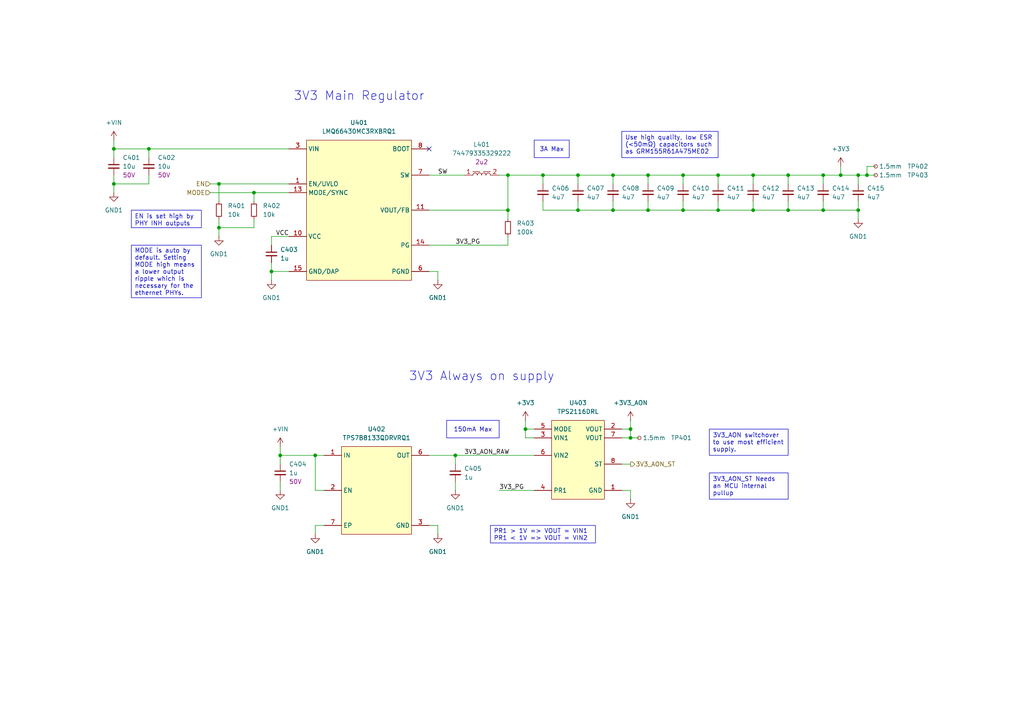
<source format=kicad_sch>
(kicad_sch
	(version 20250114)
	(generator "eeschema")
	(generator_version "9.0")
	(uuid "2d796434-8bf9-40d7-ad0b-d8bca0901824")
	(paper "A4")
	(title_block
		(title "3V3 Regulators (PHY Side)")
		(comment 4 "3V3 and 3V3_AON (always on) voltage regulators.")
	)
	(lib_symbols
		(symbol "Connector:TestPoint_Small"
			(pin_numbers
				(hide yes)
			)
			(pin_names
				(offset 0.762)
				(hide yes)
			)
			(exclude_from_sim no)
			(in_bom yes)
			(on_board yes)
			(property "Reference" "TP"
				(at 0 3.81 0)
				(effects
					(font
						(size 1.27 1.27)
					)
				)
			)
			(property "Value" "TestPoint_Small"
				(at 0 2.032 0)
				(effects
					(font
						(size 1.27 1.27)
					)
				)
			)
			(property "Footprint" ""
				(at 5.08 0 0)
				(effects
					(font
						(size 1.27 1.27)
					)
					(hide yes)
				)
			)
			(property "Datasheet" "~"
				(at 5.08 0 0)
				(effects
					(font
						(size 1.27 1.27)
					)
					(hide yes)
				)
			)
			(property "Description" "test point"
				(at 0 0 0)
				(effects
					(font
						(size 1.27 1.27)
					)
					(hide yes)
				)
			)
			(property "ki_keywords" "test point tp"
				(at 0 0 0)
				(effects
					(font
						(size 1.27 1.27)
					)
					(hide yes)
				)
			)
			(property "ki_fp_filters" "Pin* Test*"
				(at 0 0 0)
				(effects
					(font
						(size 1.27 1.27)
					)
					(hide yes)
				)
			)
			(symbol "TestPoint_Small_0_1"
				(circle
					(center 0 0)
					(radius 0.508)
					(stroke
						(width 0)
						(type default)
					)
					(fill
						(type none)
					)
				)
			)
			(symbol "TestPoint_Small_1_1"
				(pin passive line
					(at 0 0 90)
					(length 0)
					(name "1"
						(effects
							(font
								(size 1.27 1.27)
							)
						)
					)
					(number "1"
						(effects
							(font
								(size 1.27 1.27)
							)
						)
					)
				)
			)
			(embedded_fonts no)
		)
		(symbol "Device:C_Small"
			(pin_numbers
				(hide yes)
			)
			(pin_names
				(offset 0.254)
				(hide yes)
			)
			(exclude_from_sim no)
			(in_bom yes)
			(on_board yes)
			(property "Reference" "C"
				(at 0.254 1.778 0)
				(effects
					(font
						(size 1.27 1.27)
					)
					(justify left)
				)
			)
			(property "Value" "C_Small"
				(at 0.254 -2.032 0)
				(effects
					(font
						(size 1.27 1.27)
					)
					(justify left)
				)
			)
			(property "Footprint" ""
				(at 0 0 0)
				(effects
					(font
						(size 1.27 1.27)
					)
					(hide yes)
				)
			)
			(property "Datasheet" "~"
				(at 0 0 0)
				(effects
					(font
						(size 1.27 1.27)
					)
					(hide yes)
				)
			)
			(property "Description" "Unpolarized capacitor, small symbol"
				(at 0 0 0)
				(effects
					(font
						(size 1.27 1.27)
					)
					(hide yes)
				)
			)
			(property "ki_keywords" "capacitor cap"
				(at 0 0 0)
				(effects
					(font
						(size 1.27 1.27)
					)
					(hide yes)
				)
			)
			(property "ki_fp_filters" "C_*"
				(at 0 0 0)
				(effects
					(font
						(size 1.27 1.27)
					)
					(hide yes)
				)
			)
			(symbol "C_Small_0_1"
				(polyline
					(pts
						(xy -1.524 0.508) (xy 1.524 0.508)
					)
					(stroke
						(width 0.3048)
						(type default)
					)
					(fill
						(type none)
					)
				)
				(polyline
					(pts
						(xy -1.524 -0.508) (xy 1.524 -0.508)
					)
					(stroke
						(width 0.3302)
						(type default)
					)
					(fill
						(type none)
					)
				)
			)
			(symbol "C_Small_1_1"
				(pin passive line
					(at 0 2.54 270)
					(length 2.032)
					(name "~"
						(effects
							(font
								(size 1.27 1.27)
							)
						)
					)
					(number "1"
						(effects
							(font
								(size 1.27 1.27)
							)
						)
					)
				)
				(pin passive line
					(at 0 -2.54 90)
					(length 2.032)
					(name "~"
						(effects
							(font
								(size 1.27 1.27)
							)
						)
					)
					(number "2"
						(effects
							(font
								(size 1.27 1.27)
							)
						)
					)
				)
			)
			(embedded_fonts no)
		)
		(symbol "Device:R_Small"
			(pin_numbers
				(hide yes)
			)
			(pin_names
				(offset 0.254)
				(hide yes)
			)
			(exclude_from_sim no)
			(in_bom yes)
			(on_board yes)
			(property "Reference" "R"
				(at 0 0 90)
				(effects
					(font
						(size 1.016 1.016)
					)
				)
			)
			(property "Value" "R_Small"
				(at 1.778 0 90)
				(effects
					(font
						(size 1.27 1.27)
					)
				)
			)
			(property "Footprint" ""
				(at 0 0 0)
				(effects
					(font
						(size 1.27 1.27)
					)
					(hide yes)
				)
			)
			(property "Datasheet" "~"
				(at 0 0 0)
				(effects
					(font
						(size 1.27 1.27)
					)
					(hide yes)
				)
			)
			(property "Description" "Resistor, small symbol"
				(at 0 0 0)
				(effects
					(font
						(size 1.27 1.27)
					)
					(hide yes)
				)
			)
			(property "ki_keywords" "R resistor"
				(at 0 0 0)
				(effects
					(font
						(size 1.27 1.27)
					)
					(hide yes)
				)
			)
			(property "ki_fp_filters" "R_*"
				(at 0 0 0)
				(effects
					(font
						(size 1.27 1.27)
					)
					(hide yes)
				)
			)
			(symbol "R_Small_0_1"
				(rectangle
					(start -0.762 1.778)
					(end 0.762 -1.778)
					(stroke
						(width 0.2032)
						(type default)
					)
					(fill
						(type none)
					)
				)
			)
			(symbol "R_Small_1_1"
				(pin passive line
					(at 0 2.54 270)
					(length 0.762)
					(name "~"
						(effects
							(font
								(size 1.27 1.27)
							)
						)
					)
					(number "1"
						(effects
							(font
								(size 1.27 1.27)
							)
						)
					)
				)
				(pin passive line
					(at 0 -2.54 90)
					(length 0.762)
					(name "~"
						(effects
							(font
								(size 1.27 1.27)
							)
						)
					)
					(number "2"
						(effects
							(font
								(size 1.27 1.27)
							)
						)
					)
				)
			)
			(embedded_fonts no)
		)
		(symbol "PWR-IND:353220_74479335329222"
			(pin_names
				(hide yes)
			)
			(exclude_from_sim no)
			(in_bom yes)
			(on_board yes)
			(property "Reference" "L"
				(at 0 8.89 0)
				(effects
					(font
						(size 1.27 1.27)
					)
				)
			)
			(property "Value" "74479335329222"
				(at 0 6.35 0)
				(effects
					(font
						(size 1.27 1.27)
					)
				)
			)
			(property "Footprint" "project_footprints:L_Wurth_WE-PMFI-353220"
				(at 12.7 20.32 0)
				(effects
					(font
						(size 1.27 1.27)
					)
					(justify left)
					(hide yes)
				)
			)
			(property "Datasheet" "https://www.we-online.com/catalog/datasheet/74479335329222.pdf?ki"
				(at 12.7 17.78 0)
				(effects
					(font
						(size 1.27 1.27)
					)
					(justify left)
					(hide yes)
				)
			)
			(property "Description" "Power Molded Flatwire Inductor  NEW"
				(at 0 0 0)
				(effects
					(font
						(size 1.27 1.27)
					)
					(hide yes)
				)
			)
			(property "Manufacturer" "Wurth Elektronik"
				(at 12.7 15.24 0)
				(effects
					(font
						(size 1.27 1.27)
					)
					(justify left)
					(hide yes)
				)
			)
			(property "Manufacturer URL" "https://www.we-online.com"
				(at 12.7 12.7 0)
				(effects
					(font
						(size 1.27 1.27)
					)
					(justify left)
					(hide yes)
				)
			)
			(property "Published Date" "20250701"
				(at 12.7 10.16 0)
				(effects
					(font
						(size 1.27 1.27)
					)
					(justify left)
					(hide yes)
				)
			)
			(property "Match Code" "WE-PMFI"
				(at 12.7 7.62 0)
				(effects
					(font
						(size 1.27 1.27)
					)
					(justify left)
					(hide yes)
				)
			)
			(property "Part Number" "74479335329222"
				(at 12.7 5.08 0)
				(effects
					(font
						(size 1.27 1.27)
					)
					(justify left)
					(hide yes)
				)
			)
			(property "Size" "353220"
				(at 12.7 2.54 0)
				(effects
					(font
						(size 1.27 1.27)
					)
					(justify left)
					(hide yes)
				)
			)
			(property "Mounting Technology" "SMT"
				(at 12.7 0 0)
				(effects
					(font
						(size 1.27 1.27)
					)
					(justify left)
					(hide yes)
				)
			)
			(property "Type/Size" "353220"
				(at 12.7 -2.54 0)
				(effects
					(font
						(size 1.27 1.27)
					)
					(justify left)
					(hide yes)
				)
			)
			(property "L (µH)" "2.2"
				(at 12.7 -5.08 0)
				(effects
					(font
						(size 1.27 1.27)
					)
					(justify left)
					(hide yes)
				)
			)
			(property "IRP,40K (A)" "5.8"
				(at 12.7 -7.62 0)
				(effects
					(font
						(size 1.27 1.27)
					)
					(justify left)
					(hide yes)
				)
			)
			(property "ISAT,30% (A)" "7.8"
				(at 12.7 -10.16 0)
				(effects
					(font
						(size 1.27 1.27)
					)
					(justify left)
					(hide yes)
				)
			)
			(property "RDC typ. (mΩ)" "31.6"
				(at 12.7 -12.7 0)
				(effects
					(font
						(size 1.27 1.27)
					)
					(justify left)
					(hide yes)
				)
			)
			(property "fres (MHz)" "31"
				(at 12.7 -15.24 0)
				(effects
					(font
						(size 1.27 1.27)
					)
					(justify left)
					(hide yes)
				)
			)
			(property "VOP (V)" "48"
				(at 12.7 -17.78 0)
				(effects
					(font
						(size 1.27 1.27)
					)
					(justify left)
					(hide yes)
				)
			)
			(property "Critical Parameter" "2u2"
				(at 0 3.81 0)
				(effects
					(font
						(size 1.27 1.27)
					)
				)
			)
			(property "ki_keywords" "SMT"
				(at 0 0 0)
				(effects
					(font
						(size 1.27 1.27)
					)
					(hide yes)
				)
			)
			(property "ki_fp_filters" "*WE-PMFI*353220*"
				(at 0 0 0)
				(effects
					(font
						(size 1.27 1.27)
					)
					(hide yes)
				)
			)
			(symbol "353220_74479335329222_0_1"
				(polyline
					(pts
						(xy -2.54 1.016) (xy -0.508 1.016)
					)
					(stroke
						(width 0)
						(type default)
					)
					(fill
						(type none)
					)
				)
				(arc
					(start -2.54 0)
					(mid -1.905 0.6323)
					(end -1.27 0)
					(stroke
						(width 0)
						(type default)
					)
					(fill
						(type none)
					)
				)
				(arc
					(start -1.27 0)
					(mid -0.635 0.6323)
					(end 0 0)
					(stroke
						(width 0)
						(type default)
					)
					(fill
						(type none)
					)
				)
				(arc
					(start 0 0)
					(mid 0.635 0.6323)
					(end 1.27 0)
					(stroke
						(width 0)
						(type default)
					)
					(fill
						(type none)
					)
				)
				(arc
					(start 1.27 0)
					(mid 1.905 0.6323)
					(end 2.54 0)
					(stroke
						(width 0)
						(type default)
					)
					(fill
						(type none)
					)
				)
			)
			(symbol "353220_74479335329222_1_1"
				(polyline
					(pts
						(xy 2.54 1.016) (xy 0.508 1.016)
					)
					(stroke
						(width 0)
						(type default)
					)
					(fill
						(type none)
					)
				)
				(pin power_in line
					(at -5.08 0 0)
					(length 2.54)
					(name "1"
						(effects
							(font
								(size 1.27 1.27)
							)
						)
					)
					(number "1"
						(effects
							(font
								(size 1.27 1.27)
							)
						)
					)
				)
				(pin power_out line
					(at 5.08 0 180)
					(length 2.54)
					(name "2"
						(effects
							(font
								(size 1.27 1.27)
							)
						)
					)
					(number "2"
						(effects
							(font
								(size 1.27 1.27)
							)
						)
					)
				)
			)
			(embedded_fonts no)
		)
		(symbol "PWR-LDO:TPS7B8133QDRVRQ1"
			(exclude_from_sim no)
			(in_bom yes)
			(on_board yes)
			(property "Reference" "U"
				(at 0 5.08 0)
				(effects
					(font
						(size 1.27 1.27)
					)
				)
			)
			(property "Value" "TPS7B8133QDRVRQ1"
				(at 0 2.54 0)
				(effects
					(font
						(size 1.27 1.27)
					)
				)
			)
			(property "Footprint" "project_footprints:SON65P200X200X80-7N"
				(at 26.67 -94.92 0)
				(effects
					(font
						(size 1.27 1.27)
					)
					(justify left top)
					(hide yes)
				)
			)
			(property "Datasheet" "http://www.ti.com/lit/gpn/TPS7B81-Q1"
				(at 26.67 -194.92 0)
				(effects
					(font
						(size 1.27 1.27)
					)
					(justify left top)
					(hide yes)
				)
			)
			(property "Description" "Automotive 150-mA high-voltage ultra-low-IQ low-dropout (LDO) linear regulator"
				(at 0 -27.94 0)
				(effects
					(font
						(size 1.27 1.27)
					)
					(hide yes)
				)
			)
			(property "Height" "0.8"
				(at 26.67 -394.92 0)
				(effects
					(font
						(size 1.27 1.27)
					)
					(justify left top)
					(hide yes)
				)
			)
			(property "Mouser Part Number" "595-TPS7B8133QDRVRQ1"
				(at 26.67 -494.92 0)
				(effects
					(font
						(size 1.27 1.27)
					)
					(justify left top)
					(hide yes)
				)
			)
			(property "Mouser Price/Stock" "https://www.mouser.co.uk/ProductDetail/Texas-Instruments/TPS7B8133QDRVRQ1?qs=T3oQrply3y%252BtI31t7KSUmw%3D%3D"
				(at 26.67 -594.92 0)
				(effects
					(font
						(size 1.27 1.27)
					)
					(justify left top)
					(hide yes)
				)
			)
			(property "Manufacturer_Name" "Texas Instruments"
				(at 26.67 -694.92 0)
				(effects
					(font
						(size 1.27 1.27)
					)
					(justify left top)
					(hide yes)
				)
			)
			(property "Manufacturer_Part_Number" "TPS7B8133QDRVRQ1"
				(at 26.67 -794.92 0)
				(effects
					(font
						(size 1.27 1.27)
					)
					(justify left top)
					(hide yes)
				)
			)
			(symbol "TPS7B8133QDRVRQ1_1_1"
				(rectangle
					(start -10.16 0)
					(end 10.16 -25.4)
					(stroke
						(width 0)
						(type solid)
					)
					(fill
						(type background)
					)
				)
				(pin power_in line
					(at -15.24 -2.54 0)
					(length 5.08)
					(name "IN"
						(effects
							(font
								(size 1.27 1.27)
							)
						)
					)
					(number "1"
						(effects
							(font
								(size 1.27 1.27)
							)
						)
					)
				)
				(pin input line
					(at -15.24 -12.7 0)
					(length 5.08)
					(name "EN"
						(effects
							(font
								(size 1.27 1.27)
							)
						)
					)
					(number "2"
						(effects
							(font
								(size 1.27 1.27)
							)
						)
					)
				)
				(pin passive line
					(at -15.24 -22.86 0)
					(length 5.08)
					(name "EP"
						(effects
							(font
								(size 1.27 1.27)
							)
						)
					)
					(number "7"
						(effects
							(font
								(size 1.27 1.27)
							)
						)
					)
				)
				(pin power_out line
					(at 15.24 -2.54 180)
					(length 5.08)
					(name "OUT"
						(effects
							(font
								(size 1.27 1.27)
							)
						)
					)
					(number "6"
						(effects
							(font
								(size 1.27 1.27)
							)
						)
					)
				)
				(pin no_connect line
					(at 15.24 -15.24 180)
					(length 5.08)
					(hide yes)
					(name "DNC"
						(effects
							(font
								(size 1.27 1.27)
							)
						)
					)
					(number "5"
						(effects
							(font
								(size 1.27 1.27)
							)
						)
					)
				)
				(pin passive line
					(at 15.24 -22.86 180)
					(length 5.08)
					(name "GND"
						(effects
							(font
								(size 1.27 1.27)
							)
						)
					)
					(number "3"
						(effects
							(font
								(size 1.27 1.27)
							)
						)
					)
				)
				(pin passive line
					(at 15.24 -22.86 180)
					(length 5.08)
					(hide yes)
					(name "GND"
						(effects
							(font
								(size 1.27 1.27)
							)
						)
					)
					(number "4"
						(effects
							(font
								(size 1.27 1.27)
							)
						)
					)
				)
			)
			(embedded_fonts no)
		)
		(symbol "PWR-MUX:TPS2116DRL"
			(exclude_from_sim no)
			(in_bom yes)
			(on_board yes)
			(property "Reference" "U"
				(at 0 5.08 0)
				(effects
					(font
						(size 1.27 1.27)
					)
				)
			)
			(property "Value" "TPS2116DRL"
				(at 0 2.54 0)
				(effects
					(font
						(size 1.27 1.27)
					)
				)
			)
			(property "Footprint" "project_footprints:SOTFL50P160X60-8N"
				(at 0 -53.34 0)
				(effects
					(font
						(size 1.27 1.27)
					)
					(hide yes)
				)
			)
			(property "Datasheet" "https://www.ti.com/lit/ds/symlink/tps2116.pdf"
				(at 0 -53.34 0)
				(effects
					(font
						(size 1.27 1.27)
					)
					(hide yes)
				)
			)
			(property "Description" "2 Channnels Power Mux with Manual and Priority Switchover, 1.6-5.5V Input Voltage, 2.5A Output Current, Ron 40 mOhm, SOT-583-8"
				(at 0 -53.34 0)
				(effects
					(font
						(size 1.27 1.27)
					)
					(hide yes)
				)
			)
			(property "ki_keywords" "Texas-Instruments power-mux switchover"
				(at 0 0 0)
				(effects
					(font
						(size 1.27 1.27)
					)
					(hide yes)
				)
			)
			(property "ki_fp_filters" "SOT?5?3*"
				(at 0 0 0)
				(effects
					(font
						(size 1.27 1.27)
					)
					(hide yes)
				)
			)
			(symbol "TPS2116DRL_1_0"
				(pin passive line
					(at 12.7 -5.08 180)
					(length 5.08)
					(name "VOUT"
						(effects
							(font
								(size 1.27 1.27)
							)
						)
					)
					(number "7"
						(effects
							(font
								(size 1.27 1.27)
							)
						)
					)
				)
			)
			(symbol "TPS2116DRL_1_1"
				(rectangle
					(start -7.62 0)
					(end 7.62 -22.86)
					(stroke
						(width 0)
						(type solid)
					)
					(fill
						(type background)
					)
				)
				(pin input line
					(at -12.7 -2.54 0)
					(length 5.08)
					(name "MODE"
						(effects
							(font
								(size 1.27 1.27)
							)
						)
					)
					(number "5"
						(effects
							(font
								(size 1.27 1.27)
							)
						)
					)
				)
				(pin power_in line
					(at -12.7 -5.08 0)
					(length 5.08)
					(name "VIN1"
						(effects
							(font
								(size 1.27 1.27)
							)
						)
					)
					(number "3"
						(effects
							(font
								(size 1.27 1.27)
							)
						)
					)
				)
				(pin power_in line
					(at -12.7 -10.16 0)
					(length 5.08)
					(name "VIN2"
						(effects
							(font
								(size 1.27 1.27)
							)
						)
					)
					(number "6"
						(effects
							(font
								(size 1.27 1.27)
							)
						)
					)
				)
				(pin input line
					(at -12.7 -20.32 0)
					(length 5.08)
					(name "PR1"
						(effects
							(font
								(size 1.27 1.27)
							)
						)
					)
					(number "4"
						(effects
							(font
								(size 1.27 1.27)
							)
						)
					)
				)
				(pin power_out line
					(at 12.7 -2.54 180)
					(length 5.08)
					(name "VOUT"
						(effects
							(font
								(size 1.27 1.27)
							)
						)
					)
					(number "2"
						(effects
							(font
								(size 1.27 1.27)
							)
						)
					)
				)
				(pin open_collector line
					(at 12.7 -12.7 180)
					(length 5.08)
					(name "ST"
						(effects
							(font
								(size 1.27 1.27)
							)
						)
					)
					(number "8"
						(effects
							(font
								(size 1.27 1.27)
							)
						)
					)
				)
				(pin power_in line
					(at 12.7 -20.32 180)
					(length 5.08)
					(name "GND"
						(effects
							(font
								(size 1.27 1.27)
							)
						)
					)
					(number "1"
						(effects
							(font
								(size 1.27 1.27)
							)
						)
					)
				)
			)
			(embedded_fonts no)
		)
		(symbol "PWR-SMPS:LMQ66430MC3RXBRQ1"
			(exclude_from_sim no)
			(in_bom yes)
			(on_board yes)
			(property "Reference" "U"
				(at 0 5.08 0)
				(effects
					(font
						(size 1.27 1.27)
					)
				)
			)
			(property "Value" "LMQ66430MC3RXBRQ1"
				(at 0 2.54 0)
				(effects
					(font
						(size 1.27 1.27)
					)
				)
			)
			(property "Footprint" "project_footprints:LMQ664x0"
				(at 36.83 -94.92 0)
				(effects
					(font
						(size 1.27 1.27)
					)
					(justify left top)
					(hide yes)
				)
			)
			(property "Datasheet" "https://www.ti.com/lit/ds/symlink/lmq66430-q1.pdf"
				(at 36.83 -194.92 0)
				(effects
					(font
						(size 1.27 1.27)
					)
					(justify left top)
					(hide yes)
				)
			)
			(property "Description" "Switching Voltage Regulators Automotive, 36-V, 3-A low-EMI synchronous step-down converter with 1.5-uA IQ 14-VQFN-FCRLF -40 to 150"
				(at 0 -66.04 0)
				(effects
					(font
						(size 1.27 1.27)
					)
					(hide yes)
				)
			)
			(symbol "LMQ66430MC3RXBRQ1_1_1"
				(rectangle
					(start -15.24 0)
					(end 15.24 -40.64)
					(stroke
						(width 0)
						(type solid)
					)
					(fill
						(type background)
					)
				)
				(pin power_in line
					(at -20.32 -2.54 0)
					(length 5.08)
					(name "VIN"
						(effects
							(font
								(size 1.27 1.27)
							)
						)
					)
					(number "3"
						(effects
							(font
								(size 1.27 1.27)
							)
						)
					)
				)
				(pin no_connect line
					(at -20.32 -5.08 0)
					(length 5.08)
					(hide yes)
					(name "NC"
						(effects
							(font
								(size 1.27 1.27)
							)
						)
					)
					(number "2"
						(effects
							(font
								(size 1.27 1.27)
							)
						)
					)
				)
				(pin no_connect line
					(at -20.32 -7.62 0)
					(length 5.08)
					(hide yes)
					(name "NC"
						(effects
							(font
								(size 1.27 1.27)
							)
						)
					)
					(number "4"
						(effects
							(font
								(size 1.27 1.27)
							)
						)
					)
				)
				(pin input line
					(at -20.32 -12.7 0)
					(length 5.08)
					(name "EN/UVLO"
						(effects
							(font
								(size 1.27 1.27)
							)
						)
					)
					(number "1"
						(effects
							(font
								(size 1.27 1.27)
							)
						)
					)
				)
				(pin input line
					(at -20.32 -12.7 0)
					(length 5.08)
					(hide yes)
					(name "EN/UVLO"
						(effects
							(font
								(size 1.27 1.27)
							)
						)
					)
					(number "16"
						(effects
							(font
								(size 1.27 1.27)
							)
						)
					)
				)
				(pin input line
					(at -20.32 -15.24 0)
					(length 5.08)
					(name "MODE/SYNC"
						(effects
							(font
								(size 1.27 1.27)
							)
						)
					)
					(number "13"
						(effects
							(font
								(size 1.27 1.27)
							)
						)
					)
				)
				(pin no_connect line
					(at -20.32 -25.4 0)
					(length 5.08)
					(hide yes)
					(name "NC"
						(effects
							(font
								(size 1.27 1.27)
							)
						)
					)
					(number "9"
						(effects
							(font
								(size 1.27 1.27)
							)
						)
					)
				)
				(pin passive line
					(at -20.32 -27.94 0)
					(length 5.08)
					(name "VCC"
						(effects
							(font
								(size 1.27 1.27)
							)
						)
					)
					(number "10"
						(effects
							(font
								(size 1.27 1.27)
							)
						)
					)
				)
				(pin passive line
					(at -20.32 -38.1 0)
					(length 5.08)
					(name "GND/DAP"
						(effects
							(font
								(size 1.27 1.27)
							)
						)
					)
					(number "15"
						(effects
							(font
								(size 1.27 1.27)
							)
						)
					)
				)
				(pin input line
					(at 20.32 -2.54 180)
					(length 5.08)
					(hide yes)
					(name "BOOT"
						(effects
							(font
								(size 1.27 1.27)
							)
						)
					)
					(number "18"
						(effects
							(font
								(size 1.27 1.27)
							)
						)
					)
				)
				(pin input line
					(at 20.32 -2.54 180)
					(length 5.08)
					(name "BOOT"
						(effects
							(font
								(size 1.27 1.27)
							)
						)
					)
					(number "8"
						(effects
							(font
								(size 1.27 1.27)
							)
						)
					)
				)
				(pin no_connect line
					(at 20.32 -5.08 180)
					(length 5.08)
					(hide yes)
					(name "NC"
						(effects
							(font
								(size 1.27 1.27)
							)
						)
					)
					(number "17"
						(effects
							(font
								(size 1.27 1.27)
							)
						)
					)
				)
				(pin no_connect line
					(at 20.32 -7.62 180)
					(length 5.08)
					(hide yes)
					(name "NC"
						(effects
							(font
								(size 1.27 1.27)
							)
						)
					)
					(number "19"
						(effects
							(font
								(size 1.27 1.27)
							)
						)
					)
				)
				(pin power_out line
					(at 20.32 -10.16 180)
					(length 5.08)
					(name "SW"
						(effects
							(font
								(size 1.27 1.27)
							)
						)
					)
					(number "7"
						(effects
							(font
								(size 1.27 1.27)
							)
						)
					)
				)
				(pin input line
					(at 20.32 -20.32 180)
					(length 5.08)
					(name "VOUT/FB"
						(effects
							(font
								(size 1.27 1.27)
							)
						)
					)
					(number "11"
						(effects
							(font
								(size 1.27 1.27)
							)
						)
					)
				)
				(pin no_connect line
					(at 20.32 -22.86 180)
					(length 5.08)
					(hide yes)
					(name "NC"
						(effects
							(font
								(size 1.27 1.27)
							)
						)
					)
					(number "12"
						(effects
							(font
								(size 1.27 1.27)
							)
						)
					)
				)
				(pin output line
					(at 20.32 -30.48 180)
					(length 5.08)
					(name "PG"
						(effects
							(font
								(size 1.27 1.27)
							)
						)
					)
					(number "14"
						(effects
							(font
								(size 1.27 1.27)
							)
						)
					)
				)
				(pin no_connect line
					(at 20.32 -35.56 180)
					(length 5.08)
					(hide yes)
					(name "NC"
						(effects
							(font
								(size 1.27 1.27)
							)
						)
					)
					(number "5"
						(effects
							(font
								(size 1.27 1.27)
							)
						)
					)
				)
				(pin passive line
					(at 20.32 -38.1 180)
					(length 5.08)
					(name "PGND"
						(effects
							(font
								(size 1.27 1.27)
							)
						)
					)
					(number "6"
						(effects
							(font
								(size 1.27 1.27)
							)
						)
					)
				)
			)
			(embedded_fonts no)
		)
		(symbol "PWR-SYM:+3V3_AON"
			(power)
			(pin_numbers
				(hide yes)
			)
			(pin_names
				(offset 0)
				(hide yes)
			)
			(exclude_from_sim no)
			(in_bom yes)
			(on_board yes)
			(property "Reference" "#PWR"
				(at 0 -3.81 0)
				(effects
					(font
						(size 1.27 1.27)
					)
					(hide yes)
				)
			)
			(property "Value" "+3V3_AON"
				(at 0 3.556 0)
				(effects
					(font
						(size 1.27 1.27)
					)
				)
			)
			(property "Footprint" ""
				(at 0 0 0)
				(effects
					(font
						(size 1.27 1.27)
					)
					(hide yes)
				)
			)
			(property "Datasheet" ""
				(at 0 0 0)
				(effects
					(font
						(size 1.27 1.27)
					)
					(hide yes)
				)
			)
			(property "Description" "Power symbol creates a global label with name \"+3V3_AON\""
				(at 0 0 0)
				(effects
					(font
						(size 1.27 1.27)
					)
					(hide yes)
				)
			)
			(property "ki_keywords" "global power"
				(at 0 0 0)
				(effects
					(font
						(size 1.27 1.27)
					)
					(hide yes)
				)
			)
			(symbol "+3V3_AON_0_1"
				(polyline
					(pts
						(xy -0.762 1.27) (xy 0 2.54)
					)
					(stroke
						(width 0)
						(type default)
					)
					(fill
						(type none)
					)
				)
				(polyline
					(pts
						(xy 0 2.54) (xy 0.762 1.27)
					)
					(stroke
						(width 0)
						(type default)
					)
					(fill
						(type none)
					)
				)
				(polyline
					(pts
						(xy 0 0) (xy 0 2.54)
					)
					(stroke
						(width 0)
						(type default)
					)
					(fill
						(type none)
					)
				)
			)
			(symbol "+3V3_AON_1_1"
				(pin power_in line
					(at 0 0 90)
					(length 0)
					(name "~"
						(effects
							(font
								(size 1.27 1.27)
							)
						)
					)
					(number "1"
						(effects
							(font
								(size 1.27 1.27)
							)
						)
					)
				)
			)
			(embedded_fonts no)
		)
		(symbol "PWR-SYM:+VIN"
			(power)
			(pin_numbers
				(hide yes)
			)
			(pin_names
				(offset 0)
				(hide yes)
			)
			(exclude_from_sim no)
			(in_bom yes)
			(on_board yes)
			(property "Reference" "#PWR"
				(at 0 -3.81 0)
				(effects
					(font
						(size 1.27 1.27)
					)
					(hide yes)
				)
			)
			(property "Value" "+VIN"
				(at 0 3.556 0)
				(effects
					(font
						(size 1.27 1.27)
					)
				)
			)
			(property "Footprint" ""
				(at 0 0 0)
				(effects
					(font
						(size 1.27 1.27)
					)
					(hide yes)
				)
			)
			(property "Datasheet" ""
				(at 0 0 0)
				(effects
					(font
						(size 1.27 1.27)
					)
					(hide yes)
				)
			)
			(property "Description" "Power symbol creates a global label with name \"+VIN\""
				(at 0 0 0)
				(effects
					(font
						(size 1.27 1.27)
					)
					(hide yes)
				)
			)
			(property "ki_keywords" "global power"
				(at 0 0 0)
				(effects
					(font
						(size 1.27 1.27)
					)
					(hide yes)
				)
			)
			(symbol "+VIN_0_1"
				(polyline
					(pts
						(xy -0.762 1.27) (xy 0 2.54)
					)
					(stroke
						(width 0)
						(type default)
					)
					(fill
						(type none)
					)
				)
				(polyline
					(pts
						(xy 0 2.54) (xy 0.762 1.27)
					)
					(stroke
						(width 0)
						(type default)
					)
					(fill
						(type none)
					)
				)
				(polyline
					(pts
						(xy 0 0) (xy 0 2.54)
					)
					(stroke
						(width 0)
						(type default)
					)
					(fill
						(type none)
					)
				)
			)
			(symbol "+VIN_1_1"
				(pin power_in line
					(at 0 0 90)
					(length 0)
					(name "~"
						(effects
							(font
								(size 1.27 1.27)
							)
						)
					)
					(number "1"
						(effects
							(font
								(size 1.27 1.27)
							)
						)
					)
				)
			)
			(embedded_fonts no)
		)
		(symbol "power:+3V3"
			(power)
			(pin_numbers
				(hide yes)
			)
			(pin_names
				(offset 0)
				(hide yes)
			)
			(exclude_from_sim no)
			(in_bom yes)
			(on_board yes)
			(property "Reference" "#PWR"
				(at 0 -3.81 0)
				(effects
					(font
						(size 1.27 1.27)
					)
					(hide yes)
				)
			)
			(property "Value" "+3V3"
				(at 0 3.556 0)
				(effects
					(font
						(size 1.27 1.27)
					)
				)
			)
			(property "Footprint" ""
				(at 0 0 0)
				(effects
					(font
						(size 1.27 1.27)
					)
					(hide yes)
				)
			)
			(property "Datasheet" ""
				(at 0 0 0)
				(effects
					(font
						(size 1.27 1.27)
					)
					(hide yes)
				)
			)
			(property "Description" "Power symbol creates a global label with name \"+3V3\""
				(at 0 0 0)
				(effects
					(font
						(size 1.27 1.27)
					)
					(hide yes)
				)
			)
			(property "ki_keywords" "global power"
				(at 0 0 0)
				(effects
					(font
						(size 1.27 1.27)
					)
					(hide yes)
				)
			)
			(symbol "+3V3_0_1"
				(polyline
					(pts
						(xy -0.762 1.27) (xy 0 2.54)
					)
					(stroke
						(width 0)
						(type default)
					)
					(fill
						(type none)
					)
				)
				(polyline
					(pts
						(xy 0 2.54) (xy 0.762 1.27)
					)
					(stroke
						(width 0)
						(type default)
					)
					(fill
						(type none)
					)
				)
				(polyline
					(pts
						(xy 0 0) (xy 0 2.54)
					)
					(stroke
						(width 0)
						(type default)
					)
					(fill
						(type none)
					)
				)
			)
			(symbol "+3V3_1_1"
				(pin power_in line
					(at 0 0 90)
					(length 0)
					(name "~"
						(effects
							(font
								(size 1.27 1.27)
							)
						)
					)
					(number "1"
						(effects
							(font
								(size 1.27 1.27)
							)
						)
					)
				)
			)
			(embedded_fonts no)
		)
		(symbol "power:GND1"
			(power)
			(pin_numbers
				(hide yes)
			)
			(pin_names
				(offset 0)
				(hide yes)
			)
			(exclude_from_sim no)
			(in_bom yes)
			(on_board yes)
			(property "Reference" "#PWR"
				(at 0 -6.35 0)
				(effects
					(font
						(size 1.27 1.27)
					)
					(hide yes)
				)
			)
			(property "Value" "GND1"
				(at 0 -3.81 0)
				(effects
					(font
						(size 1.27 1.27)
					)
				)
			)
			(property "Footprint" ""
				(at 0 0 0)
				(effects
					(font
						(size 1.27 1.27)
					)
					(hide yes)
				)
			)
			(property "Datasheet" ""
				(at 0 0 0)
				(effects
					(font
						(size 1.27 1.27)
					)
					(hide yes)
				)
			)
			(property "Description" "Power symbol creates a global label with name \"GND1\" , ground"
				(at 0 0 0)
				(effects
					(font
						(size 1.27 1.27)
					)
					(hide yes)
				)
			)
			(property "ki_keywords" "global power"
				(at 0 0 0)
				(effects
					(font
						(size 1.27 1.27)
					)
					(hide yes)
				)
			)
			(symbol "GND1_0_1"
				(polyline
					(pts
						(xy 0 0) (xy 0 -1.27) (xy 1.27 -1.27) (xy 0 -2.54) (xy -1.27 -1.27) (xy 0 -1.27)
					)
					(stroke
						(width 0)
						(type default)
					)
					(fill
						(type none)
					)
				)
			)
			(symbol "GND1_1_1"
				(pin power_in line
					(at 0 0 270)
					(length 0)
					(name "~"
						(effects
							(font
								(size 1.27 1.27)
							)
						)
					)
					(number "1"
						(effects
							(font
								(size 1.27 1.27)
							)
						)
					)
				)
			)
			(embedded_fonts no)
		)
	)
	(text "3V3 Always on supply"
		(exclude_from_sim no)
		(at 139.7 109.22 0)
		(effects
			(font
				(size 2.54 2.54)
			)
		)
		(uuid "36f98c5b-ae74-4805-a36d-68a7b31ff642")
	)
	(text "3V3 Main Regulator"
		(exclude_from_sim no)
		(at 104.14 27.94 0)
		(effects
			(font
				(size 2.54 2.54)
			)
		)
		(uuid "b3fbdce2-73d8-489e-844c-2ed8d2fb33e9")
	)
	(text_box "PR1 > 1V => VOUT = VIN1\nPR1 < 1V => VOUT = VIN2"
		(exclude_from_sim no)
		(at 142.24 152.4 0)
		(size 30.48 5.08)
		(margins 0.9525 0.9525 0.9525 0.9525)
		(stroke
			(width 0)
			(type solid)
		)
		(fill
			(type none)
		)
		(effects
			(font
				(size 1.27 1.27)
			)
			(justify left)
		)
		(uuid "1eab67e3-8c8b-4939-9d2a-394f38311e94")
	)
	(text_box "EN is set high by PHY INH outputs"
		(exclude_from_sim no)
		(at 38.1 60.96 0)
		(size 20.32 5.08)
		(margins 0.9525 0.9525 0.9525 0.9525)
		(stroke
			(width 0)
			(type solid)
		)
		(fill
			(type none)
		)
		(effects
			(font
				(size 1.27 1.27)
			)
			(justify left top)
		)
		(uuid "27b50391-6759-478e-a3d6-e7724ad9778e")
	)
	(text_box "Use high quality, low ESR (<50mΩ) capacitors such as GRM155R61A475ME02"
		(exclude_from_sim no)
		(at 180.34 38.1 0)
		(size 27.94 7.62)
		(margins 0.9525 0.9525 0.9525 0.9525)
		(stroke
			(width 0)
			(type solid)
		)
		(fill
			(type none)
		)
		(effects
			(font
				(size 1.27 1.27)
			)
			(justify left top)
		)
		(uuid "35061c3d-9309-4b3e-b7da-7b61879cbab2")
	)
	(text_box "3A Max"
		(exclude_from_sim no)
		(at 154.94 40.64 0)
		(size 10.16 5.08)
		(margins 0.9525 0.9525 0.9525 0.9525)
		(stroke
			(width 0)
			(type solid)
		)
		(fill
			(type none)
		)
		(effects
			(font
				(size 1.27 1.27)
			)
		)
		(uuid "6eb5c63a-49d3-416f-ad4f-f82aa1dd3f72")
	)
	(text_box "3V3_AON switchover to use most efficient supply."
		(exclude_from_sim no)
		(at 205.74 124.46 0)
		(size 22.86 7.62)
		(margins 0.9525 0.9525 0.9525 0.9525)
		(stroke
			(width 0)
			(type solid)
		)
		(fill
			(type none)
		)
		(effects
			(font
				(size 1.27 1.27)
			)
			(justify left top)
		)
		(uuid "b3475ef3-7056-45ad-a10b-9821e6e4f7b8")
	)
	(text_box "MODE is auto by default. Setting MODE high means a lower output ripple which is necessary for the ethernet PHYs."
		(exclude_from_sim no)
		(at 38.1 71.12 0)
		(size 20.32 15.24)
		(margins 0.9525 0.9525 0.9525 0.9525)
		(stroke
			(width 0)
			(type solid)
		)
		(fill
			(type none)
		)
		(effects
			(font
				(size 1.27 1.27)
			)
			(justify left)
		)
		(uuid "c09cc044-28ae-4ad1-a734-a6d43446f706")
	)
	(text_box "3V3_AON_ST Needs an MCU internal pullup"
		(exclude_from_sim no)
		(at 205.74 137.16 0)
		(size 22.86 7.62)
		(margins 0.9525 0.9525 0.9525 0.9525)
		(stroke
			(width 0)
			(type solid)
		)
		(fill
			(type none)
		)
		(effects
			(font
				(size 1.27 1.27)
			)
			(justify left top)
		)
		(uuid "d9765013-db46-4960-8732-b57c0c824738")
	)
	(text_box "150mA Max"
		(exclude_from_sim no)
		(at 129.54 121.92 0)
		(size 15.24 5.08)
		(margins 0.9525 0.9525 0.9525 0.9525)
		(stroke
			(width 0)
			(type solid)
		)
		(fill
			(type none)
		)
		(effects
			(font
				(size 1.27 1.27)
			)
		)
		(uuid "fb895fa4-f7e8-40ba-8721-8458dfd7c824")
	)
	(junction
		(at 33.02 43.18)
		(diameter 0)
		(color 0 0 0 0)
		(uuid "026bfab1-4609-4765-a9f9-9f8d4f072814")
	)
	(junction
		(at 187.96 60.96)
		(diameter 0)
		(color 0 0 0 0)
		(uuid "031f0462-2877-4297-9932-16ec92084ec3")
	)
	(junction
		(at 182.88 124.46)
		(diameter 0)
		(color 0 0 0 0)
		(uuid "079c4089-31b8-47db-9eda-b5b9d1049c53")
	)
	(junction
		(at 251.46 50.8)
		(diameter 0)
		(color 0 0 0 0)
		(uuid "0a6a4577-81be-4e71-af72-564ce362ea66")
	)
	(junction
		(at 238.76 50.8)
		(diameter 0)
		(color 0 0 0 0)
		(uuid "13a7be19-6def-4a89-8e26-1e7edd7759e0")
	)
	(junction
		(at 248.92 60.96)
		(diameter 0)
		(color 0 0 0 0)
		(uuid "14f3ad6a-ed70-4794-b267-fda864a002a5")
	)
	(junction
		(at 187.96 50.8)
		(diameter 0)
		(color 0 0 0 0)
		(uuid "1c76182b-2dcf-4ed1-8ef8-035bdf436115")
	)
	(junction
		(at 63.5 66.04)
		(diameter 0)
		(color 0 0 0 0)
		(uuid "30014aa7-e4c2-412c-a871-f30b7881af05")
	)
	(junction
		(at 152.4 124.46)
		(diameter 0)
		(color 0 0 0 0)
		(uuid "337d01c0-fdad-4f54-abb0-ba1c43df14cf")
	)
	(junction
		(at 198.12 60.96)
		(diameter 0)
		(color 0 0 0 0)
		(uuid "373ff539-223c-41c9-ba3d-4e18380dae56")
	)
	(junction
		(at 147.32 50.8)
		(diameter 0)
		(color 0 0 0 0)
		(uuid "37dc121a-dba7-48af-8ae4-ee21c1fa7500")
	)
	(junction
		(at 218.44 50.8)
		(diameter 0)
		(color 0 0 0 0)
		(uuid "461d73de-155d-4c05-b3cb-786254e51ec8")
	)
	(junction
		(at 228.6 60.96)
		(diameter 0)
		(color 0 0 0 0)
		(uuid "48b9e107-2f06-4c35-bd89-5aa8f9960b62")
	)
	(junction
		(at 157.48 50.8)
		(diameter 0)
		(color 0 0 0 0)
		(uuid "5955f40a-09a9-457e-afdb-18626c67514c")
	)
	(junction
		(at 208.28 60.96)
		(diameter 0)
		(color 0 0 0 0)
		(uuid "5b578ffe-2ca8-41cc-8795-a04d4b062257")
	)
	(junction
		(at 81.28 132.08)
		(diameter 0)
		(color 0 0 0 0)
		(uuid "5f0299da-c23d-4967-9236-8650dd8fc9e8")
	)
	(junction
		(at 218.44 60.96)
		(diameter 0)
		(color 0 0 0 0)
		(uuid "66ba0b70-38ad-46cd-981f-2743ae4a62f8")
	)
	(junction
		(at 177.8 60.96)
		(diameter 0)
		(color 0 0 0 0)
		(uuid "6d70a498-c18a-40bf-9e8e-5aa6e8f65038")
	)
	(junction
		(at 132.08 132.08)
		(diameter 0)
		(color 0 0 0 0)
		(uuid "8932f80a-bab8-4d07-ab41-5d8e1476ea6b")
	)
	(junction
		(at 177.8 50.8)
		(diameter 0)
		(color 0 0 0 0)
		(uuid "951d0de7-849f-47f7-8318-625f66b21550")
	)
	(junction
		(at 167.64 50.8)
		(diameter 0)
		(color 0 0 0 0)
		(uuid "a02f898c-b60b-4d40-88dd-0ad3857a450d")
	)
	(junction
		(at 78.74 78.74)
		(diameter 0)
		(color 0 0 0 0)
		(uuid "a264673e-33a0-4d29-96f3-a766b9680328")
	)
	(junction
		(at 182.88 127)
		(diameter 0)
		(color 0 0 0 0)
		(uuid "a4b91960-7aed-418a-b36e-dadbdc90464a")
	)
	(junction
		(at 243.84 50.8)
		(diameter 0)
		(color 0 0 0 0)
		(uuid "a5632dc6-6663-4326-b265-3a9699cccdca")
	)
	(junction
		(at 63.5 53.34)
		(diameter 0)
		(color 0 0 0 0)
		(uuid "b1bebb7a-275a-462f-b0fa-5fa49fb3be33")
	)
	(junction
		(at 91.44 132.08)
		(diameter 0)
		(color 0 0 0 0)
		(uuid "bb59b9fe-7a70-4bbf-8787-08897d585322")
	)
	(junction
		(at 228.6 50.8)
		(diameter 0)
		(color 0 0 0 0)
		(uuid "bce5e4b6-219f-41d0-8d13-e87352697b42")
	)
	(junction
		(at 248.92 50.8)
		(diameter 0)
		(color 0 0 0 0)
		(uuid "d337e071-4edf-4489-9c23-c938a13d54ac")
	)
	(junction
		(at 198.12 50.8)
		(diameter 0)
		(color 0 0 0 0)
		(uuid "d811e3c4-ca33-4496-937b-1501e6e843e2")
	)
	(junction
		(at 33.02 53.34)
		(diameter 0)
		(color 0 0 0 0)
		(uuid "dd538131-1453-4619-91a2-562a360712c3")
	)
	(junction
		(at 238.76 60.96)
		(diameter 0)
		(color 0 0 0 0)
		(uuid "e451140b-6dd1-450f-b759-35b5550eca72")
	)
	(junction
		(at 147.32 60.96)
		(diameter 0)
		(color 0 0 0 0)
		(uuid "e4ae156e-ec90-463f-9e1e-eb055a6a989d")
	)
	(junction
		(at 73.66 55.88)
		(diameter 0)
		(color 0 0 0 0)
		(uuid "e97a5fd0-2a77-42b2-80b0-8a876abc8cbc")
	)
	(junction
		(at 43.18 43.18)
		(diameter 0)
		(color 0 0 0 0)
		(uuid "e9df018f-b23a-4215-9a84-f0bf686aa54d")
	)
	(junction
		(at 208.28 50.8)
		(diameter 0)
		(color 0 0 0 0)
		(uuid "f1a7671a-c2cd-40f7-bfdb-a13b07a21306")
	)
	(junction
		(at 167.64 60.96)
		(diameter 0)
		(color 0 0 0 0)
		(uuid "f4ca0d9d-c856-48c8-bd28-8998dbbe8e98")
	)
	(no_connect
		(at 124.46 43.18)
		(uuid "ccdf8ce2-c3be-461f-9044-8d22ce216099")
	)
	(wire
		(pts
			(xy 91.44 132.08) (xy 91.44 142.24)
		)
		(stroke
			(width 0)
			(type default)
		)
		(uuid "0204ce9c-e1f7-4c1d-8a49-c08799698882")
	)
	(wire
		(pts
			(xy 228.6 50.8) (xy 238.76 50.8)
		)
		(stroke
			(width 0)
			(type default)
		)
		(uuid "020d5323-b8c0-4979-932f-0b17952b3270")
	)
	(wire
		(pts
			(xy 182.88 127) (xy 182.88 124.46)
		)
		(stroke
			(width 0)
			(type default)
		)
		(uuid "02fdd5c2-4f91-4b04-9610-39818bdac22b")
	)
	(wire
		(pts
			(xy 73.66 55.88) (xy 73.66 58.42)
		)
		(stroke
			(width 0)
			(type default)
		)
		(uuid "04b479d5-7a63-4fdd-ab9c-5fd39449f8c2")
	)
	(wire
		(pts
			(xy 198.12 50.8) (xy 198.12 53.34)
		)
		(stroke
			(width 0)
			(type default)
		)
		(uuid "07b9aacc-b21a-4878-ac40-f4efbe4e05e8")
	)
	(wire
		(pts
			(xy 152.4 124.46) (xy 152.4 127)
		)
		(stroke
			(width 0)
			(type default)
		)
		(uuid "094a7e2b-273f-4ec5-883b-be24efa4f9e8")
	)
	(wire
		(pts
			(xy 124.46 50.8) (xy 134.62 50.8)
		)
		(stroke
			(width 0)
			(type default)
		)
		(uuid "0bd4852d-0672-4d70-8d6a-2460da91d284")
	)
	(wire
		(pts
			(xy 124.46 78.74) (xy 127 78.74)
		)
		(stroke
			(width 0)
			(type default)
		)
		(uuid "10faf843-1a7c-42e0-bff2-af5f9a10decc")
	)
	(wire
		(pts
			(xy 81.28 142.24) (xy 81.28 139.7)
		)
		(stroke
			(width 0)
			(type default)
		)
		(uuid "175a9bf6-7461-44c8-ae5f-561b0c492cae")
	)
	(wire
		(pts
			(xy 218.44 50.8) (xy 228.6 50.8)
		)
		(stroke
			(width 0)
			(type default)
		)
		(uuid "1d01fb97-618a-4f22-a6c6-075e91c11c21")
	)
	(wire
		(pts
			(xy 198.12 60.96) (xy 208.28 60.96)
		)
		(stroke
			(width 0)
			(type default)
		)
		(uuid "2a89e596-9b47-4f83-b6ee-40345a87b21b")
	)
	(wire
		(pts
			(xy 124.46 152.4) (xy 127 152.4)
		)
		(stroke
			(width 0)
			(type default)
		)
		(uuid "2d79a3d7-5e8a-4ffc-bc03-bf30a72001cb")
	)
	(wire
		(pts
			(xy 208.28 60.96) (xy 218.44 60.96)
		)
		(stroke
			(width 0)
			(type default)
		)
		(uuid "30073387-701c-43dd-b3de-4ca3a6193f91")
	)
	(wire
		(pts
			(xy 177.8 60.96) (xy 187.96 60.96)
		)
		(stroke
			(width 0)
			(type default)
		)
		(uuid "30be5402-8c6e-4618-bc89-bd7ed6417586")
	)
	(wire
		(pts
			(xy 78.74 68.58) (xy 78.74 71.12)
		)
		(stroke
			(width 0)
			(type default)
		)
		(uuid "32963a85-d6cd-4519-9c4c-27ffea5a3f02")
	)
	(wire
		(pts
			(xy 251.46 50.8) (xy 254 50.8)
		)
		(stroke
			(width 0)
			(type default)
		)
		(uuid "3673b592-c82b-41ff-b34a-f92892ecaf66")
	)
	(wire
		(pts
			(xy 147.32 68.58) (xy 147.32 71.12)
		)
		(stroke
			(width 0)
			(type default)
		)
		(uuid "399162bd-01c2-44a1-86d2-db23e6a8c67c")
	)
	(wire
		(pts
			(xy 93.98 132.08) (xy 91.44 132.08)
		)
		(stroke
			(width 0)
			(type default)
		)
		(uuid "3d8b7178-023c-4275-9e60-302d12d1c31d")
	)
	(wire
		(pts
			(xy 33.02 43.18) (xy 43.18 43.18)
		)
		(stroke
			(width 0)
			(type default)
		)
		(uuid "3f4b6e02-da60-4d42-a20c-3b1c25364e03")
	)
	(wire
		(pts
			(xy 182.88 144.78) (xy 182.88 142.24)
		)
		(stroke
			(width 0)
			(type default)
		)
		(uuid "409a1fe4-4c65-44c8-912e-3e0981737f73")
	)
	(wire
		(pts
			(xy 167.64 50.8) (xy 177.8 50.8)
		)
		(stroke
			(width 0)
			(type default)
		)
		(uuid "42d3b0c5-2868-45ae-8369-b61d2d594ec4")
	)
	(wire
		(pts
			(xy 78.74 78.74) (xy 83.82 78.74)
		)
		(stroke
			(width 0)
			(type default)
		)
		(uuid "484a61e8-528b-4787-9c15-7dac32daab03")
	)
	(wire
		(pts
			(xy 127 81.28) (xy 127 78.74)
		)
		(stroke
			(width 0)
			(type default)
		)
		(uuid "49540efa-c024-4fb5-a675-9f28e27f20cb")
	)
	(wire
		(pts
			(xy 147.32 71.12) (xy 124.46 71.12)
		)
		(stroke
			(width 0)
			(type default)
		)
		(uuid "49e734bc-251c-4889-8914-81720124cc02")
	)
	(wire
		(pts
			(xy 124.46 132.08) (xy 132.08 132.08)
		)
		(stroke
			(width 0)
			(type default)
		)
		(uuid "4b1d45ec-a4ae-4104-be5d-84b677812dc5")
	)
	(wire
		(pts
			(xy 218.44 50.8) (xy 218.44 53.34)
		)
		(stroke
			(width 0)
			(type default)
		)
		(uuid "4b28f76b-cc79-4308-be26-1e0eeb3e0712")
	)
	(wire
		(pts
			(xy 238.76 60.96) (xy 248.92 60.96)
		)
		(stroke
			(width 0)
			(type default)
		)
		(uuid "4da768ba-b29c-421c-93ed-0ba695f44102")
	)
	(wire
		(pts
			(xy 43.18 45.72) (xy 43.18 43.18)
		)
		(stroke
			(width 0)
			(type default)
		)
		(uuid "4fdb9f23-1a07-4dd3-a14d-831a5c07771e")
	)
	(wire
		(pts
			(xy 63.5 63.5) (xy 63.5 66.04)
		)
		(stroke
			(width 0)
			(type default)
		)
		(uuid "50f18f95-c7a6-4d46-9ebc-cedb85be1d10")
	)
	(wire
		(pts
			(xy 198.12 58.42) (xy 198.12 60.96)
		)
		(stroke
			(width 0)
			(type default)
		)
		(uuid "5543ef5b-7c34-4691-83ef-10747917be2a")
	)
	(wire
		(pts
			(xy 228.6 58.42) (xy 228.6 60.96)
		)
		(stroke
			(width 0)
			(type default)
		)
		(uuid "57f310bd-488f-4483-a811-8dc15b4013e9")
	)
	(wire
		(pts
			(xy 208.28 50.8) (xy 218.44 50.8)
		)
		(stroke
			(width 0)
			(type default)
		)
		(uuid "58fa4cf4-49fd-4e03-9451-9834d38158ce")
	)
	(wire
		(pts
			(xy 248.92 50.8) (xy 248.92 53.34)
		)
		(stroke
			(width 0)
			(type default)
		)
		(uuid "5bae32f3-f1da-4be6-bdea-91a5107346a6")
	)
	(wire
		(pts
			(xy 60.96 53.34) (xy 63.5 53.34)
		)
		(stroke
			(width 0)
			(type default)
		)
		(uuid "5f47d421-d32a-4af2-865e-92977e6ce2c1")
	)
	(wire
		(pts
			(xy 33.02 53.34) (xy 43.18 53.34)
		)
		(stroke
			(width 0)
			(type default)
		)
		(uuid "5f95b164-4233-4020-998f-7d31ca39a1da")
	)
	(wire
		(pts
			(xy 198.12 50.8) (xy 208.28 50.8)
		)
		(stroke
			(width 0)
			(type default)
		)
		(uuid "67edf5d8-2c0e-47ea-95f9-959bc40c7686")
	)
	(wire
		(pts
			(xy 248.92 50.8) (xy 251.46 50.8)
		)
		(stroke
			(width 0)
			(type default)
		)
		(uuid "6827b6d7-3553-4d46-a383-f3e4c98afea5")
	)
	(wire
		(pts
			(xy 167.64 60.96) (xy 177.8 60.96)
		)
		(stroke
			(width 0)
			(type default)
		)
		(uuid "6beb7e4e-8be9-4547-ba43-c14894d434de")
	)
	(wire
		(pts
			(xy 60.96 55.88) (xy 73.66 55.88)
		)
		(stroke
			(width 0)
			(type default)
		)
		(uuid "6e75f240-efd4-4bec-ad08-5622dad87e8e")
	)
	(wire
		(pts
			(xy 187.96 50.8) (xy 187.96 53.34)
		)
		(stroke
			(width 0)
			(type default)
		)
		(uuid "7143385c-3ccc-421d-b62e-74238e22584f")
	)
	(wire
		(pts
			(xy 91.44 142.24) (xy 93.98 142.24)
		)
		(stroke
			(width 0)
			(type default)
		)
		(uuid "72c17721-d8a8-4324-acc0-309f3edf4aeb")
	)
	(wire
		(pts
			(xy 187.96 58.42) (xy 187.96 60.96)
		)
		(stroke
			(width 0)
			(type default)
		)
		(uuid "737d6b2c-ae45-44e2-9457-a206a840c98a")
	)
	(wire
		(pts
			(xy 254 48.26) (xy 251.46 48.26)
		)
		(stroke
			(width 0)
			(type default)
		)
		(uuid "76525c40-c2c9-4391-81d2-ded8b5ca9242")
	)
	(wire
		(pts
			(xy 228.6 50.8) (xy 228.6 53.34)
		)
		(stroke
			(width 0)
			(type default)
		)
		(uuid "77e16acd-ee93-4cd4-b1e7-955d885c0923")
	)
	(wire
		(pts
			(xy 63.5 53.34) (xy 83.82 53.34)
		)
		(stroke
			(width 0)
			(type default)
		)
		(uuid "7a0f0d71-d55c-4e9c-a52a-b6f16d7fb215")
	)
	(wire
		(pts
			(xy 187.96 50.8) (xy 198.12 50.8)
		)
		(stroke
			(width 0)
			(type default)
		)
		(uuid "7b07becd-5a2f-4041-910c-31bb45d38dfd")
	)
	(wire
		(pts
			(xy 177.8 50.8) (xy 187.96 50.8)
		)
		(stroke
			(width 0)
			(type default)
		)
		(uuid "7b8e3bd7-d1c9-48e2-8270-c15882c786eb")
	)
	(wire
		(pts
			(xy 248.92 60.96) (xy 248.92 63.5)
		)
		(stroke
			(width 0)
			(type default)
		)
		(uuid "7bd63332-f450-4e6f-ba87-6f1d2c80b006")
	)
	(wire
		(pts
			(xy 208.28 58.42) (xy 208.28 60.96)
		)
		(stroke
			(width 0)
			(type default)
		)
		(uuid "80ac2e75-7fbf-45e8-93de-ecaf10459576")
	)
	(wire
		(pts
			(xy 180.34 127) (xy 182.88 127)
		)
		(stroke
			(width 0)
			(type default)
		)
		(uuid "81664467-e94b-4edb-b91e-9281835b81e9")
	)
	(wire
		(pts
			(xy 154.94 127) (xy 152.4 127)
		)
		(stroke
			(width 0)
			(type default)
		)
		(uuid "89edcf25-54f5-4d69-82a7-891321e88c21")
	)
	(wire
		(pts
			(xy 144.78 50.8) (xy 147.32 50.8)
		)
		(stroke
			(width 0)
			(type default)
		)
		(uuid "8e650286-e9f1-4ea5-8608-1273ad3f40f7")
	)
	(wire
		(pts
			(xy 167.64 50.8) (xy 167.64 53.34)
		)
		(stroke
			(width 0)
			(type default)
		)
		(uuid "90ff324c-3e78-483e-8810-10bee2ec354f")
	)
	(wire
		(pts
			(xy 180.34 124.46) (xy 182.88 124.46)
		)
		(stroke
			(width 0)
			(type default)
		)
		(uuid "91ae26cf-c71c-4008-b15c-6b9b37e85b10")
	)
	(wire
		(pts
			(xy 78.74 81.28) (xy 78.74 78.74)
		)
		(stroke
			(width 0)
			(type default)
		)
		(uuid "92a85d31-6f42-4d3c-9da6-68c5662a2c38")
	)
	(wire
		(pts
			(xy 182.88 121.92) (xy 182.88 124.46)
		)
		(stroke
			(width 0)
			(type default)
		)
		(uuid "93cd7781-aa00-476a-a39e-3ed886d91da3")
	)
	(wire
		(pts
			(xy 33.02 55.88) (xy 33.02 53.34)
		)
		(stroke
			(width 0)
			(type default)
		)
		(uuid "93fadea4-f9be-47a7-b2d8-6c89aee2d5f7")
	)
	(wire
		(pts
			(xy 81.28 132.08) (xy 91.44 132.08)
		)
		(stroke
			(width 0)
			(type default)
		)
		(uuid "95dd7bcb-782a-4dea-94f1-7bc104892777")
	)
	(wire
		(pts
			(xy 238.76 58.42) (xy 238.76 60.96)
		)
		(stroke
			(width 0)
			(type default)
		)
		(uuid "9735d43f-29b0-4b86-8f47-456aceaf9275")
	)
	(wire
		(pts
			(xy 182.88 127) (xy 185.42 127)
		)
		(stroke
			(width 0)
			(type default)
		)
		(uuid "982f1d21-078d-4951-9f15-dcea017f44b9")
	)
	(wire
		(pts
			(xy 177.8 50.8) (xy 177.8 53.34)
		)
		(stroke
			(width 0)
			(type default)
		)
		(uuid "98ab0faf-2d56-4573-b6f1-a81d2efbbd07")
	)
	(wire
		(pts
			(xy 238.76 50.8) (xy 243.84 50.8)
		)
		(stroke
			(width 0)
			(type default)
		)
		(uuid "99388591-4ec1-43c7-8ad9-44d9513dae44")
	)
	(wire
		(pts
			(xy 154.94 124.46) (xy 152.4 124.46)
		)
		(stroke
			(width 0)
			(type default)
		)
		(uuid "9ad9d433-0fdd-4c8b-b488-c145f4da9404")
	)
	(wire
		(pts
			(xy 73.66 55.88) (xy 83.82 55.88)
		)
		(stroke
			(width 0)
			(type default)
		)
		(uuid "9b791c3e-72ad-47a0-9da8-5d120381012c")
	)
	(wire
		(pts
			(xy 124.46 60.96) (xy 147.32 60.96)
		)
		(stroke
			(width 0)
			(type default)
		)
		(uuid "9c5a4354-1149-41b3-beb2-bc0b4ec8a19f")
	)
	(wire
		(pts
			(xy 180.34 134.62) (xy 182.88 134.62)
		)
		(stroke
			(width 0)
			(type default)
		)
		(uuid "a15a39c0-479e-466d-a022-50163efd0c5e")
	)
	(wire
		(pts
			(xy 43.18 43.18) (xy 83.82 43.18)
		)
		(stroke
			(width 0)
			(type default)
		)
		(uuid "a2df59bc-1b8d-4953-9ab9-35d03c616544")
	)
	(wire
		(pts
			(xy 157.48 50.8) (xy 167.64 50.8)
		)
		(stroke
			(width 0)
			(type default)
		)
		(uuid "a3342e28-2dc1-4da1-9a74-e89af4c15a4a")
	)
	(wire
		(pts
			(xy 157.48 60.96) (xy 167.64 60.96)
		)
		(stroke
			(width 0)
			(type default)
		)
		(uuid "a3772afd-8c77-48b6-8161-550d26ac64da")
	)
	(wire
		(pts
			(xy 187.96 60.96) (xy 198.12 60.96)
		)
		(stroke
			(width 0)
			(type default)
		)
		(uuid "a47ec046-2cb1-43db-845a-9971a35d965d")
	)
	(wire
		(pts
			(xy 63.5 66.04) (xy 63.5 68.58)
		)
		(stroke
			(width 0)
			(type default)
		)
		(uuid "abde8bea-1211-4439-b1d8-3e7cdefdc3db")
	)
	(wire
		(pts
			(xy 147.32 50.8) (xy 157.48 50.8)
		)
		(stroke
			(width 0)
			(type default)
		)
		(uuid "ad6a94d7-ec38-4f83-8c55-a8fe18aebccd")
	)
	(wire
		(pts
			(xy 208.28 50.8) (xy 208.28 53.34)
		)
		(stroke
			(width 0)
			(type default)
		)
		(uuid "aea237ac-81ec-46e3-9ef1-023fe12f858d")
	)
	(wire
		(pts
			(xy 177.8 58.42) (xy 177.8 60.96)
		)
		(stroke
			(width 0)
			(type default)
		)
		(uuid "af27f70f-0f31-422f-b37d-d11a1aa59c88")
	)
	(wire
		(pts
			(xy 180.34 142.24) (xy 182.88 142.24)
		)
		(stroke
			(width 0)
			(type default)
		)
		(uuid "afbffd83-9809-4046-98d2-7c0d4c83a91f")
	)
	(wire
		(pts
			(xy 157.48 58.42) (xy 157.48 60.96)
		)
		(stroke
			(width 0)
			(type default)
		)
		(uuid "b1e930ee-0391-41be-8f5f-fde99e82bac1")
	)
	(wire
		(pts
			(xy 243.84 48.26) (xy 243.84 50.8)
		)
		(stroke
			(width 0)
			(type default)
		)
		(uuid "b56637f6-e05b-4b82-8770-b2ac2a3fff5e")
	)
	(wire
		(pts
			(xy 33.02 40.64) (xy 33.02 43.18)
		)
		(stroke
			(width 0)
			(type default)
		)
		(uuid "b6085b48-f783-40ff-8c86-334b7e8f52f8")
	)
	(wire
		(pts
			(xy 127 152.4) (xy 127 154.94)
		)
		(stroke
			(width 0)
			(type default)
		)
		(uuid "b6f4e267-5d25-4287-86a0-617c663dc472")
	)
	(wire
		(pts
			(xy 83.82 68.58) (xy 78.74 68.58)
		)
		(stroke
			(width 0)
			(type default)
		)
		(uuid "b8c722f8-fcda-4241-949b-3f9d0e6e14fc")
	)
	(wire
		(pts
			(xy 73.66 63.5) (xy 73.66 66.04)
		)
		(stroke
			(width 0)
			(type default)
		)
		(uuid "b97524c3-dfd3-4d14-95b9-c96d5c109909")
	)
	(wire
		(pts
			(xy 78.74 76.2) (xy 78.74 78.74)
		)
		(stroke
			(width 0)
			(type default)
		)
		(uuid "baae8c48-062b-4d61-9d05-061b1caebc36")
	)
	(wire
		(pts
			(xy 167.64 58.42) (xy 167.64 60.96)
		)
		(stroke
			(width 0)
			(type default)
		)
		(uuid "bf1eb707-55fc-4b6c-8028-80c28e7ac04f")
	)
	(wire
		(pts
			(xy 228.6 60.96) (xy 238.76 60.96)
		)
		(stroke
			(width 0)
			(type default)
		)
		(uuid "bf923160-b7b9-4f7c-9cab-3697504b0329")
	)
	(wire
		(pts
			(xy 144.78 142.24) (xy 154.94 142.24)
		)
		(stroke
			(width 0)
			(type default)
		)
		(uuid "bfc93f6a-9daa-48c7-81c4-d4235ca71619")
	)
	(wire
		(pts
			(xy 33.02 50.8) (xy 33.02 53.34)
		)
		(stroke
			(width 0)
			(type default)
		)
		(uuid "c37b2966-4011-4103-b9f9-5b1d556ab3d1")
	)
	(wire
		(pts
			(xy 81.28 129.54) (xy 81.28 132.08)
		)
		(stroke
			(width 0)
			(type default)
		)
		(uuid "c7fa5613-c89d-447e-911b-d9e64b3ad086")
	)
	(wire
		(pts
			(xy 251.46 48.26) (xy 251.46 50.8)
		)
		(stroke
			(width 0)
			(type default)
		)
		(uuid "c8378766-fe9d-4318-b60e-c86a880f6c58")
	)
	(wire
		(pts
			(xy 218.44 60.96) (xy 228.6 60.96)
		)
		(stroke
			(width 0)
			(type default)
		)
		(uuid "cbd244a9-9b66-499c-8c0c-3cfa55ecff18")
	)
	(wire
		(pts
			(xy 43.18 53.34) (xy 43.18 50.8)
		)
		(stroke
			(width 0)
			(type default)
		)
		(uuid "cc29890e-872b-45c3-a59f-8b6e59bcfb7b")
	)
	(wire
		(pts
			(xy 238.76 50.8) (xy 238.76 53.34)
		)
		(stroke
			(width 0)
			(type default)
		)
		(uuid "d0971a62-19ae-415f-9d78-b2d29dcdf886")
	)
	(wire
		(pts
			(xy 147.32 60.96) (xy 147.32 63.5)
		)
		(stroke
			(width 0)
			(type default)
		)
		(uuid "d0f4b368-b388-47a8-9165-dd91cfcad4a0")
	)
	(wire
		(pts
			(xy 248.92 58.42) (xy 248.92 60.96)
		)
		(stroke
			(width 0)
			(type default)
		)
		(uuid "d8882d0c-3387-4f01-8a42-8373efae6c06")
	)
	(wire
		(pts
			(xy 91.44 152.4) (xy 91.44 154.94)
		)
		(stroke
			(width 0)
			(type default)
		)
		(uuid "dd4dcf3c-17fb-44ff-8f07-86b58e4b4cc7")
	)
	(wire
		(pts
			(xy 63.5 53.34) (xy 63.5 58.42)
		)
		(stroke
			(width 0)
			(type default)
		)
		(uuid "de1157d2-43ef-4bb6-9789-e59d4271dc2a")
	)
	(wire
		(pts
			(xy 63.5 66.04) (xy 73.66 66.04)
		)
		(stroke
			(width 0)
			(type default)
		)
		(uuid "e15b0ea0-e093-4596-a96b-b2714b3126e0")
	)
	(wire
		(pts
			(xy 132.08 139.7) (xy 132.08 142.24)
		)
		(stroke
			(width 0)
			(type default)
		)
		(uuid "e2240863-2778-4020-a6c0-8594e0db2de2")
	)
	(wire
		(pts
			(xy 81.28 134.62) (xy 81.28 132.08)
		)
		(stroke
			(width 0)
			(type default)
		)
		(uuid "e22a5fc6-d972-442b-92c7-844e620b5595")
	)
	(wire
		(pts
			(xy 132.08 132.08) (xy 154.94 132.08)
		)
		(stroke
			(width 0)
			(type default)
		)
		(uuid "e75e98bb-b5e0-4400-91d3-74d8e8f8a73b")
	)
	(wire
		(pts
			(xy 147.32 60.96) (xy 147.32 50.8)
		)
		(stroke
			(width 0)
			(type default)
		)
		(uuid "e8521d17-247f-4bcc-8c5d-bf62740a329a")
	)
	(wire
		(pts
			(xy 243.84 50.8) (xy 248.92 50.8)
		)
		(stroke
			(width 0)
			(type default)
		)
		(uuid "e9eee8b4-6910-4d10-af38-a64227ed10e6")
	)
	(wire
		(pts
			(xy 132.08 132.08) (xy 132.08 134.62)
		)
		(stroke
			(width 0)
			(type default)
		)
		(uuid "ec298ee7-3506-4c12-9c2e-332833765e6a")
	)
	(wire
		(pts
			(xy 218.44 58.42) (xy 218.44 60.96)
		)
		(stroke
			(width 0)
			(type default)
		)
		(uuid "ece93f9f-27b9-4657-a415-5076f159a8e7")
	)
	(wire
		(pts
			(xy 157.48 50.8) (xy 157.48 53.34)
		)
		(stroke
			(width 0)
			(type default)
		)
		(uuid "f20137c3-97e1-4a02-bf8f-b5c52656299b")
	)
	(wire
		(pts
			(xy 93.98 152.4) (xy 91.44 152.4)
		)
		(stroke
			(width 0)
			(type default)
		)
		(uuid "f58d6a80-c07c-4ebc-bfbd-31d12588dfa2")
	)
	(wire
		(pts
			(xy 152.4 121.92) (xy 152.4 124.46)
		)
		(stroke
			(width 0)
			(type default)
		)
		(uuid "f71cfb43-a4c9-440b-8c1f-61bc538f768d")
	)
	(wire
		(pts
			(xy 33.02 45.72) (xy 33.02 43.18)
		)
		(stroke
			(width 0)
			(type default)
		)
		(uuid "fb5b8755-6aa3-469e-8697-3a0fff88e866")
	)
	(label "3V3_AON_RAW"
		(at 134.62 132.08 0)
		(effects
			(font
				(size 1.27 1.27)
			)
			(justify left bottom)
		)
		(uuid "8f1bc7bc-042b-4146-9897-3a2742a3b498")
	)
	(label "3V3_PG"
		(at 132.08 71.12 0)
		(effects
			(font
				(size 1.27 1.27)
			)
			(justify left bottom)
		)
		(uuid "91b45208-6cfa-41a8-b29e-b1d7fa26775c")
	)
	(label "3V3_PG"
		(at 144.78 142.24 0)
		(effects
			(font
				(size 1.27 1.27)
			)
			(justify left bottom)
		)
		(uuid "9fcb60c5-071e-4692-a871-a77f32542cc9")
	)
	(label "VCC"
		(at 83.82 68.58 180)
		(effects
			(font
				(size 1.27 1.27)
			)
			(justify right bottom)
		)
		(uuid "c139c223-d0fe-4268-af91-7bd9acf04e58")
	)
	(label "SW"
		(at 127 50.8 0)
		(effects
			(font
				(size 1.27 1.27)
			)
			(justify left bottom)
		)
		(uuid "f8e252d0-3c01-420e-9764-8a9059c0fc20")
	)
	(hierarchical_label "MODE"
		(shape input)
		(at 60.96 55.88 180)
		(effects
			(font
				(size 1.27 1.27)
			)
			(justify right)
		)
		(uuid "6db69db0-b9cb-470d-9961-954fcfa2c691")
	)
	(hierarchical_label "3V3_AON_ST"
		(shape output)
		(at 182.88 134.62 0)
		(effects
			(font
				(size 1.27 1.27)
			)
			(justify left)
		)
		(uuid "7166fa54-6ca9-48ae-8922-3fd467785538")
	)
	(hierarchical_label "EN"
		(shape input)
		(at 60.96 53.34 180)
		(effects
			(font
				(size 1.27 1.27)
			)
			(justify right)
		)
		(uuid "cb37b8f6-d4e4-486c-bae7-23c9b07950b3")
	)
	(symbol
		(lib_id "Device:C_Small")
		(at 78.74 73.66 0)
		(unit 1)
		(exclude_from_sim no)
		(in_bom yes)
		(on_board yes)
		(dnp no)
		(uuid "02ae1633-5859-4ed8-b6b7-8a10a97e7a11")
		(property "Reference" "C403"
			(at 81.28 72.3962 0)
			(effects
				(font
					(size 1.27 1.27)
				)
				(justify left)
			)
		)
		(property "Value" "1u"
			(at 81.28 74.9362 0)
			(effects
				(font
					(size 1.27 1.27)
				)
				(justify left)
			)
		)
		(property "Footprint" "Capacitor_SMD:C_0402_1005Metric"
			(at 78.74 73.66 0)
			(effects
				(font
					(size 1.27 1.27)
				)
				(hide yes)
			)
		)
		(property "Datasheet" "~"
			(at 78.74 73.66 0)
			(effects
				(font
					(size 1.27 1.27)
				)
				(hide yes)
			)
		)
		(property "Description" "Unpolarized capacitor, small symbol"
			(at 78.74 73.66 0)
			(effects
				(font
					(size 1.27 1.27)
				)
				(hide yes)
			)
		)
		(pin "1"
			(uuid "2b829457-7048-4408-9668-1914e9b8aba8")
		)
		(pin "2"
			(uuid "d67b5c3b-8427-47b8-89cd-0960464f1f20")
		)
		(instances
			(project "switch_main_v4"
				(path "/a5e57332-4284-4d3c-ab3c-13bc0ddb29b6/b1ff42f5-7cae-489e-9f8e-588cc93f3151/3215d643-ce31-476b-aa01-9096c7ce3dfb"
					(reference "C403")
					(unit 1)
				)
			)
		)
	)
	(symbol
		(lib_id "Device:C_Small")
		(at 187.96 55.88 0)
		(unit 1)
		(exclude_from_sim no)
		(in_bom yes)
		(on_board yes)
		(dnp no)
		(fields_autoplaced yes)
		(uuid "0c044fab-9a40-419f-a07f-44374db77215")
		(property "Reference" "C409"
			(at 190.5 54.6162 0)
			(effects
				(font
					(size 1.27 1.27)
				)
				(justify left)
			)
		)
		(property "Value" "4u7"
			(at 190.5 57.1562 0)
			(effects
				(font
					(size 1.27 1.27)
				)
				(justify left)
			)
		)
		(property "Footprint" "Capacitor_SMD:C_0402_1005Metric"
			(at 187.96 55.88 0)
			(effects
				(font
					(size 1.27 1.27)
				)
				(hide yes)
			)
		)
		(property "Datasheet" "~"
			(at 187.96 55.88 0)
			(effects
				(font
					(size 1.27 1.27)
				)
				(hide yes)
			)
		)
		(property "Description" "Unpolarized capacitor, small symbol"
			(at 187.96 55.88 0)
			(effects
				(font
					(size 1.27 1.27)
				)
				(hide yes)
			)
		)
		(pin "1"
			(uuid "3553510d-d5d0-487d-a19b-d45cceaee52b")
		)
		(pin "2"
			(uuid "9823d075-c2a5-4559-b681-412828a79d31")
		)
		(instances
			(project "switch_main_v4"
				(path "/a5e57332-4284-4d3c-ab3c-13bc0ddb29b6/b1ff42f5-7cae-489e-9f8e-588cc93f3151/3215d643-ce31-476b-aa01-9096c7ce3dfb"
					(reference "C409")
					(unit 1)
				)
			)
		)
	)
	(symbol
		(lib_id "Device:C_Small")
		(at 167.64 55.88 0)
		(unit 1)
		(exclude_from_sim no)
		(in_bom yes)
		(on_board yes)
		(dnp no)
		(fields_autoplaced yes)
		(uuid "0de1534a-2a26-4922-8101-34b76a71221a")
		(property "Reference" "C407"
			(at 170.18 54.6162 0)
			(effects
				(font
					(size 1.27 1.27)
				)
				(justify left)
			)
		)
		(property "Value" "4u7"
			(at 170.18 57.1562 0)
			(effects
				(font
					(size 1.27 1.27)
				)
				(justify left)
			)
		)
		(property "Footprint" "Capacitor_SMD:C_0402_1005Metric"
			(at 167.64 55.88 0)
			(effects
				(font
					(size 1.27 1.27)
				)
				(hide yes)
			)
		)
		(property "Datasheet" "~"
			(at 167.64 55.88 0)
			(effects
				(font
					(size 1.27 1.27)
				)
				(hide yes)
			)
		)
		(property "Description" "Unpolarized capacitor, small symbol"
			(at 167.64 55.88 0)
			(effects
				(font
					(size 1.27 1.27)
				)
				(hide yes)
			)
		)
		(pin "1"
			(uuid "25e611d3-79d7-406e-96c7-9b20b8fd630b")
		)
		(pin "2"
			(uuid "f401160b-d575-4fb6-a806-9cc86ec3dde0")
		)
		(instances
			(project "switch_main_v4"
				(path "/a5e57332-4284-4d3c-ab3c-13bc0ddb29b6/b1ff42f5-7cae-489e-9f8e-588cc93f3151/3215d643-ce31-476b-aa01-9096c7ce3dfb"
					(reference "C407")
					(unit 1)
				)
			)
		)
	)
	(symbol
		(lib_id "power:GND1")
		(at 182.88 144.78 0)
		(unit 1)
		(exclude_from_sim no)
		(in_bom yes)
		(on_board yes)
		(dnp no)
		(fields_autoplaced yes)
		(uuid "117acc5b-84cc-4410-bc23-2ca748eec6a4")
		(property "Reference" "#PWR0413"
			(at 182.88 151.13 0)
			(effects
				(font
					(size 1.27 1.27)
				)
				(hide yes)
			)
		)
		(property "Value" "GND1"
			(at 182.88 149.86 0)
			(effects
				(font
					(size 1.27 1.27)
				)
			)
		)
		(property "Footprint" ""
			(at 182.88 144.78 0)
			(effects
				(font
					(size 1.27 1.27)
				)
				(hide yes)
			)
		)
		(property "Datasheet" ""
			(at 182.88 144.78 0)
			(effects
				(font
					(size 1.27 1.27)
				)
				(hide yes)
			)
		)
		(property "Description" "Power symbol creates a global label with name \"GND1\" , ground"
			(at 182.88 144.78 0)
			(effects
				(font
					(size 1.27 1.27)
				)
				(hide yes)
			)
		)
		(pin "1"
			(uuid "0e4dabc7-3870-455c-9b1d-cc61bd5e66ca")
		)
		(instances
			(project "switch_main_v4"
				(path "/a5e57332-4284-4d3c-ab3c-13bc0ddb29b6/b1ff42f5-7cae-489e-9f8e-588cc93f3151/3215d643-ce31-476b-aa01-9096c7ce3dfb"
					(reference "#PWR0413")
					(unit 1)
				)
			)
		)
	)
	(symbol
		(lib_id "PWR-IND:353220_74479335329222")
		(at 139.7 50.8 0)
		(unit 1)
		(exclude_from_sim no)
		(in_bom yes)
		(on_board yes)
		(dnp no)
		(fields_autoplaced yes)
		(uuid "126481dd-8217-4226-838f-d8885e43344d")
		(property "Reference" "L401"
			(at 139.7 41.91 0)
			(effects
				(font
					(size 1.27 1.27)
				)
			)
		)
		(property "Value" "74479335329222"
			(at 139.7 44.45 0)
			(effects
				(font
					(size 1.27 1.27)
				)
			)
		)
		(property "Footprint" "project_footprints:L_Wurth_WE-PMFI-353220"
			(at 152.4 30.48 0)
			(effects
				(font
					(size 1.27 1.27)
				)
				(justify left)
				(hide yes)
			)
		)
		(property "Datasheet" "https://www.we-online.com/catalog/datasheet/74479335329222.pdf?ki"
			(at 152.4 33.02 0)
			(effects
				(font
					(size 1.27 1.27)
				)
				(justify left)
				(hide yes)
			)
		)
		(property "Description" "Power Molded Flatwire Inductor  NEW"
			(at 139.7 50.8 0)
			(effects
				(font
					(size 1.27 1.27)
				)
				(hide yes)
			)
		)
		(property "Manufacturer" "Wurth Elektronik"
			(at 152.4 35.56 0)
			(effects
				(font
					(size 1.27 1.27)
				)
				(justify left)
				(hide yes)
			)
		)
		(property "Manufacturer URL" "https://www.we-online.com"
			(at 152.4 38.1 0)
			(effects
				(font
					(size 1.27 1.27)
				)
				(justify left)
				(hide yes)
			)
		)
		(property "Published Date" "20250701"
			(at 152.4 40.64 0)
			(effects
				(font
					(size 1.27 1.27)
				)
				(justify left)
				(hide yes)
			)
		)
		(property "Match Code" "WE-PMFI"
			(at 152.4 43.18 0)
			(effects
				(font
					(size 1.27 1.27)
				)
				(justify left)
				(hide yes)
			)
		)
		(property "Part Number" "74479335329222"
			(at 152.4 45.72 0)
			(effects
				(font
					(size 1.27 1.27)
				)
				(justify left)
				(hide yes)
			)
		)
		(property "Size" "353220"
			(at 152.4 48.26 0)
			(effects
				(font
					(size 1.27 1.27)
				)
				(justify left)
				(hide yes)
			)
		)
		(property "Mounting Technology" "SMT"
			(at 152.4 50.8 0)
			(effects
				(font
					(size 1.27 1.27)
				)
				(justify left)
				(hide yes)
			)
		)
		(property "Type/Size" "353220"
			(at 152.4 53.34 0)
			(effects
				(font
					(size 1.27 1.27)
				)
				(justify left)
				(hide yes)
			)
		)
		(property "L (µH)" "2.2"
			(at 152.4 55.88 0)
			(effects
				(font
					(size 1.27 1.27)
				)
				(justify left)
				(hide yes)
			)
		)
		(property "IRP,40K (A)" "5.8"
			(at 152.4 58.42 0)
			(effects
				(font
					(size 1.27 1.27)
				)
				(justify left)
				(hide yes)
			)
		)
		(property "ISAT,30% (A)" "7.8"
			(at 152.4 60.96 0)
			(effects
				(font
					(size 1.27 1.27)
				)
				(justify left)
				(hide yes)
			)
		)
		(property "RDC typ. (mΩ)" "31.6"
			(at 152.4 63.5 0)
			(effects
				(font
					(size 1.27 1.27)
				)
				(justify left)
				(hide yes)
			)
		)
		(property "fres (MHz)" "31"
			(at 152.4 66.04 0)
			(effects
				(font
					(size 1.27 1.27)
				)
				(justify left)
				(hide yes)
			)
		)
		(property "VOP (V)" "48"
			(at 152.4 68.58 0)
			(effects
				(font
					(size 1.27 1.27)
				)
				(justify left)
				(hide yes)
			)
		)
		(property "Critical Parameter" "2u2"
			(at 139.7 46.99 0)
			(effects
				(font
					(size 1.27 1.27)
				)
			)
		)
		(pin "2"
			(uuid "895d5c44-be6d-4861-bf70-ad9162a667ec")
		)
		(pin "1"
			(uuid "13333c9f-f3f9-4ab9-987b-ecb122d715df")
		)
		(instances
			(project ""
				(path "/a5e57332-4284-4d3c-ab3c-13bc0ddb29b6/b1ff42f5-7cae-489e-9f8e-588cc93f3151/3215d643-ce31-476b-aa01-9096c7ce3dfb"
					(reference "L401")
					(unit 1)
				)
			)
		)
	)
	(symbol
		(lib_id "PWR-SYM:+3V3_AON")
		(at 182.88 121.92 0)
		(unit 1)
		(exclude_from_sim no)
		(in_bom yes)
		(on_board yes)
		(dnp no)
		(fields_autoplaced yes)
		(uuid "1374946a-0901-4345-a82e-bb25ff4ba29c")
		(property "Reference" "#PWR0412"
			(at 182.88 125.73 0)
			(effects
				(font
					(size 1.27 1.27)
				)
				(hide yes)
			)
		)
		(property "Value" "+3V3_AON"
			(at 182.88 116.84 0)
			(effects
				(font
					(size 1.27 1.27)
				)
			)
		)
		(property "Footprint" ""
			(at 182.88 121.92 0)
			(effects
				(font
					(size 1.27 1.27)
				)
				(hide yes)
			)
		)
		(property "Datasheet" ""
			(at 182.88 121.92 0)
			(effects
				(font
					(size 1.27 1.27)
				)
				(hide yes)
			)
		)
		(property "Description" "Power symbol creates a global label with name \"+3V3_AON\""
			(at 182.88 121.92 0)
			(effects
				(font
					(size 1.27 1.27)
				)
				(hide yes)
			)
		)
		(pin "1"
			(uuid "73e2f878-5eb2-4d7d-ad18-38d3cdc2caaf")
		)
		(instances
			(project "switch_main_v4"
				(path "/a5e57332-4284-4d3c-ab3c-13bc0ddb29b6/b1ff42f5-7cae-489e-9f8e-588cc93f3151/3215d643-ce31-476b-aa01-9096c7ce3dfb"
					(reference "#PWR0412")
					(unit 1)
				)
			)
		)
	)
	(symbol
		(lib_id "Device:C_Small")
		(at 157.48 55.88 0)
		(unit 1)
		(exclude_from_sim no)
		(in_bom yes)
		(on_board yes)
		(dnp no)
		(fields_autoplaced yes)
		(uuid "15db2690-c23c-49c5-8479-d8462ded230b")
		(property "Reference" "C406"
			(at 160.02 54.6162 0)
			(effects
				(font
					(size 1.27 1.27)
				)
				(justify left)
			)
		)
		(property "Value" "4u7"
			(at 160.02 57.1562 0)
			(effects
				(font
					(size 1.27 1.27)
				)
				(justify left)
			)
		)
		(property "Footprint" "Capacitor_SMD:C_0402_1005Metric"
			(at 157.48 55.88 0)
			(effects
				(font
					(size 1.27 1.27)
				)
				(hide yes)
			)
		)
		(property "Datasheet" "~"
			(at 157.48 55.88 0)
			(effects
				(font
					(size 1.27 1.27)
				)
				(hide yes)
			)
		)
		(property "Description" "Unpolarized capacitor, small symbol"
			(at 157.48 55.88 0)
			(effects
				(font
					(size 1.27 1.27)
				)
				(hide yes)
			)
		)
		(pin "1"
			(uuid "3399e060-70f1-41ea-8a10-bfeef22f1730")
		)
		(pin "2"
			(uuid "9ebe3df6-bc84-46e2-b763-a378bdb12936")
		)
		(instances
			(project "switch_main_v4"
				(path "/a5e57332-4284-4d3c-ab3c-13bc0ddb29b6/b1ff42f5-7cae-489e-9f8e-588cc93f3151/3215d643-ce31-476b-aa01-9096c7ce3dfb"
					(reference "C406")
					(unit 1)
				)
			)
		)
	)
	(symbol
		(lib_id "Device:C_Small")
		(at 248.92 55.88 0)
		(unit 1)
		(exclude_from_sim no)
		(in_bom yes)
		(on_board yes)
		(dnp no)
		(fields_autoplaced yes)
		(uuid "1e53d1e5-414f-44bd-ba5c-0c9aa080ac84")
		(property "Reference" "C415"
			(at 251.46 54.6162 0)
			(effects
				(font
					(size 1.27 1.27)
				)
				(justify left)
			)
		)
		(property "Value" "4u7"
			(at 251.46 57.1562 0)
			(effects
				(font
					(size 1.27 1.27)
				)
				(justify left)
			)
		)
		(property "Footprint" "Capacitor_SMD:C_0402_1005Metric"
			(at 248.92 55.88 0)
			(effects
				(font
					(size 1.27 1.27)
				)
				(hide yes)
			)
		)
		(property "Datasheet" "~"
			(at 248.92 55.88 0)
			(effects
				(font
					(size 1.27 1.27)
				)
				(hide yes)
			)
		)
		(property "Description" "Unpolarized capacitor, small symbol"
			(at 248.92 55.88 0)
			(effects
				(font
					(size 1.27 1.27)
				)
				(hide yes)
			)
		)
		(pin "1"
			(uuid "c9aebc60-67b0-4827-94b5-b6fc88df495e")
		)
		(pin "2"
			(uuid "a69a53a4-e450-4b27-b20c-5a18265edc07")
		)
		(instances
			(project "switch_main_v4"
				(path "/a5e57332-4284-4d3c-ab3c-13bc0ddb29b6/b1ff42f5-7cae-489e-9f8e-588cc93f3151/3215d643-ce31-476b-aa01-9096c7ce3dfb"
					(reference "C415")
					(unit 1)
				)
			)
		)
	)
	(symbol
		(lib_id "PWR-MUX:TPS2116DRL")
		(at 167.64 121.92 0)
		(unit 1)
		(exclude_from_sim no)
		(in_bom yes)
		(on_board yes)
		(dnp no)
		(fields_autoplaced yes)
		(uuid "2db50feb-ae44-4e83-9900-6086c13d8d06")
		(property "Reference" "U403"
			(at 167.64 116.84 0)
			(effects
				(font
					(size 1.27 1.27)
				)
			)
		)
		(property "Value" "TPS2116DRL"
			(at 167.64 119.38 0)
			(effects
				(font
					(size 1.27 1.27)
				)
			)
		)
		(property "Footprint" "project_footprints:SOTFL50P160X60-8N"
			(at 167.64 175.26 0)
			(effects
				(font
					(size 1.27 1.27)
				)
				(hide yes)
			)
		)
		(property "Datasheet" "https://www.ti.com/lit/ds/symlink/tps2116.pdf"
			(at 167.64 175.26 0)
			(effects
				(font
					(size 1.27 1.27)
				)
				(hide yes)
			)
		)
		(property "Description" "2 Channnels Power Mux with Manual and Priority Switchover, 1.6-5.5V Input Voltage, 2.5A Output Current, Ron 40 mOhm, SOT-583-8"
			(at 167.64 175.26 0)
			(effects
				(font
					(size 1.27 1.27)
				)
				(hide yes)
			)
		)
		(pin "4"
			(uuid "6372d5cb-fed1-4f6c-9f01-86de28c5cf75")
		)
		(pin "2"
			(uuid "9aa1029a-6bc0-4f9e-a6b7-0561a70e636a")
		)
		(pin "1"
			(uuid "61eaf00b-8501-4044-b690-82bda23ef915")
		)
		(pin "5"
			(uuid "be55af2f-6d9f-4096-bfca-5e7c045887a6")
		)
		(pin "8"
			(uuid "328c667c-4ea1-4241-95cd-b143917ee54e")
		)
		(pin "3"
			(uuid "dd319ca0-d14a-49a3-9914-fa56335faf32")
		)
		(pin "7"
			(uuid "a835bfc6-0188-4ce1-9ee2-c72ac4a71b94")
		)
		(pin "6"
			(uuid "e4f72b80-85d6-452c-a75b-3f3e485e0862")
		)
		(instances
			(project "switch_main_v4"
				(path "/a5e57332-4284-4d3c-ab3c-13bc0ddb29b6/b1ff42f5-7cae-489e-9f8e-588cc93f3151/3215d643-ce31-476b-aa01-9096c7ce3dfb"
					(reference "U403")
					(unit 1)
				)
			)
		)
	)
	(symbol
		(lib_id "Device:C_Small")
		(at 208.28 55.88 0)
		(unit 1)
		(exclude_from_sim no)
		(in_bom yes)
		(on_board yes)
		(dnp no)
		(fields_autoplaced yes)
		(uuid "2e2147c8-4512-43e6-80e4-17a2a7dcb79a")
		(property "Reference" "C411"
			(at 210.82 54.6162 0)
			(effects
				(font
					(size 1.27 1.27)
				)
				(justify left)
			)
		)
		(property "Value" "4u7"
			(at 210.82 57.1562 0)
			(effects
				(font
					(size 1.27 1.27)
				)
				(justify left)
			)
		)
		(property "Footprint" "Capacitor_SMD:C_0402_1005Metric"
			(at 208.28 55.88 0)
			(effects
				(font
					(size 1.27 1.27)
				)
				(hide yes)
			)
		)
		(property "Datasheet" "~"
			(at 208.28 55.88 0)
			(effects
				(font
					(size 1.27 1.27)
				)
				(hide yes)
			)
		)
		(property "Description" "Unpolarized capacitor, small symbol"
			(at 208.28 55.88 0)
			(effects
				(font
					(size 1.27 1.27)
				)
				(hide yes)
			)
		)
		(pin "1"
			(uuid "4ca02103-c119-4a84-8533-ea025671d176")
		)
		(pin "2"
			(uuid "84ade44c-990d-4c95-b1c5-73514767f576")
		)
		(instances
			(project "switch_main_v4"
				(path "/a5e57332-4284-4d3c-ab3c-13bc0ddb29b6/b1ff42f5-7cae-489e-9f8e-588cc93f3151/3215d643-ce31-476b-aa01-9096c7ce3dfb"
					(reference "C411")
					(unit 1)
				)
			)
		)
	)
	(symbol
		(lib_id "Connector:TestPoint_Small")
		(at 185.42 127 0)
		(unit 1)
		(exclude_from_sim no)
		(in_bom no)
		(on_board yes)
		(dnp no)
		(uuid "303c8e26-22ed-48f0-8d3a-bef1fa15ec94")
		(property "Reference" "TP401"
			(at 200.66 127 0)
			(effects
				(font
					(size 1.27 1.27)
				)
				(justify right)
			)
		)
		(property "Value" "1.5mm"
			(at 193.04 127 0)
			(effects
				(font
					(size 1.27 1.27)
				)
				(justify right)
			)
		)
		(property "Footprint" "TestPoint:TestPoint_Pad_D1.5mm"
			(at 190.5 127 0)
			(effects
				(font
					(size 1.27 1.27)
				)
				(hide yes)
			)
		)
		(property "Datasheet" "~"
			(at 190.5 127 0)
			(effects
				(font
					(size 1.27 1.27)
				)
				(hide yes)
			)
		)
		(property "Description" "test point"
			(at 185.42 127 0)
			(effects
				(font
					(size 1.27 1.27)
				)
				(hide yes)
			)
		)
		(pin "1"
			(uuid "b069d629-b563-42e1-ac01-5aab3f542ff5")
		)
		(instances
			(project "switch_main_v4"
				(path "/a5e57332-4284-4d3c-ab3c-13bc0ddb29b6/b1ff42f5-7cae-489e-9f8e-588cc93f3151/3215d643-ce31-476b-aa01-9096c7ce3dfb"
					(reference "TP401")
					(unit 1)
				)
			)
		)
	)
	(symbol
		(lib_id "power:GND1")
		(at 127 81.28 0)
		(unit 1)
		(exclude_from_sim no)
		(in_bom yes)
		(on_board yes)
		(dnp no)
		(fields_autoplaced yes)
		(uuid "34ae0c65-0fb0-4085-a677-570dc8b17ab9")
		(property "Reference" "#PWR0408"
			(at 127 87.63 0)
			(effects
				(font
					(size 1.27 1.27)
				)
				(hide yes)
			)
		)
		(property "Value" "GND1"
			(at 127 86.36 0)
			(effects
				(font
					(size 1.27 1.27)
				)
			)
		)
		(property "Footprint" ""
			(at 127 81.28 0)
			(effects
				(font
					(size 1.27 1.27)
				)
				(hide yes)
			)
		)
		(property "Datasheet" ""
			(at 127 81.28 0)
			(effects
				(font
					(size 1.27 1.27)
				)
				(hide yes)
			)
		)
		(property "Description" "Power symbol creates a global label with name \"GND1\" , ground"
			(at 127 81.28 0)
			(effects
				(font
					(size 1.27 1.27)
				)
				(hide yes)
			)
		)
		(pin "1"
			(uuid "94c31738-1030-4504-86cc-adac96c8d2f0")
		)
		(instances
			(project "switch_main_v4"
				(path "/a5e57332-4284-4d3c-ab3c-13bc0ddb29b6/b1ff42f5-7cae-489e-9f8e-588cc93f3151/3215d643-ce31-476b-aa01-9096c7ce3dfb"
					(reference "#PWR0408")
					(unit 1)
				)
			)
		)
	)
	(symbol
		(lib_id "Device:R_Small")
		(at 73.66 60.96 0)
		(unit 1)
		(exclude_from_sim no)
		(in_bom yes)
		(on_board yes)
		(dnp no)
		(uuid "34b9808a-31c7-487d-bfa5-88ad76e497b5")
		(property "Reference" "R402"
			(at 76.2 59.6899 0)
			(effects
				(font
					(size 1.27 1.27)
				)
				(justify left)
			)
		)
		(property "Value" "10k"
			(at 76.2 62.2299 0)
			(effects
				(font
					(size 1.27 1.27)
				)
				(justify left)
			)
		)
		(property "Footprint" "Resistor_SMD:R_0402_1005Metric"
			(at 73.66 60.96 0)
			(effects
				(font
					(size 1.27 1.27)
				)
				(hide yes)
			)
		)
		(property "Datasheet" "~"
			(at 73.66 60.96 0)
			(effects
				(font
					(size 1.27 1.27)
				)
				(hide yes)
			)
		)
		(property "Description" "Resistor, small symbol"
			(at 73.66 60.96 0)
			(effects
				(font
					(size 1.27 1.27)
				)
				(hide yes)
			)
		)
		(pin "1"
			(uuid "85a53c31-e83a-43cd-8399-66c53b62fa9d")
		)
		(pin "2"
			(uuid "25f580ff-ac78-4def-b46f-27355a223493")
		)
		(instances
			(project "switch_main_v4"
				(path "/a5e57332-4284-4d3c-ab3c-13bc0ddb29b6/b1ff42f5-7cae-489e-9f8e-588cc93f3151/3215d643-ce31-476b-aa01-9096c7ce3dfb"
					(reference "R402")
					(unit 1)
				)
			)
		)
	)
	(symbol
		(lib_id "Device:C_Small")
		(at 81.28 137.16 0)
		(unit 1)
		(exclude_from_sim no)
		(in_bom yes)
		(on_board yes)
		(dnp no)
		(uuid "3e0fab1f-e4e5-4325-b5dc-3121472c5c53")
		(property "Reference" "C404"
			(at 83.82 134.62 0)
			(effects
				(font
					(size 1.27 1.27)
				)
				(justify left)
			)
		)
		(property "Value" "1u"
			(at 83.82 137.16 0)
			(effects
				(font
					(size 1.27 1.27)
				)
				(justify left)
			)
		)
		(property "Footprint" "Capacitor_SMD:C_0402_1005Metric"
			(at 81.28 137.16 0)
			(effects
				(font
					(size 1.27 1.27)
				)
				(hide yes)
			)
		)
		(property "Datasheet" "~"
			(at 81.28 137.16 0)
			(effects
				(font
					(size 1.27 1.27)
				)
				(hide yes)
			)
		)
		(property "Description" "Unpolarized capacitor, small symbol"
			(at 81.28 137.16 0)
			(effects
				(font
					(size 1.27 1.27)
				)
				(hide yes)
			)
		)
		(property "Voltage" "50V"
			(at 83.82 139.6938 0)
			(effects
				(font
					(size 1.27 1.27)
				)
				(justify left)
			)
		)
		(pin "1"
			(uuid "b2a827c1-585c-4374-aa7e-9c0139f9253f")
		)
		(pin "2"
			(uuid "b63696fc-4c57-4187-b571-47a164f66d86")
		)
		(instances
			(project "switch_main_v4"
				(path "/a5e57332-4284-4d3c-ab3c-13bc0ddb29b6/b1ff42f5-7cae-489e-9f8e-588cc93f3151/3215d643-ce31-476b-aa01-9096c7ce3dfb"
					(reference "C404")
					(unit 1)
				)
			)
		)
	)
	(symbol
		(lib_id "Connector:TestPoint_Small")
		(at 254 50.8 0)
		(unit 1)
		(exclude_from_sim no)
		(in_bom no)
		(on_board yes)
		(dnp no)
		(uuid "659af836-8511-40c7-a31b-b40c0315ecc1")
		(property "Reference" "TP403"
			(at 269.24 50.8 0)
			(effects
				(font
					(size 1.27 1.27)
				)
				(justify right)
			)
		)
		(property "Value" "1.5mm"
			(at 261.62 50.8 0)
			(effects
				(font
					(size 1.27 1.27)
				)
				(justify right)
			)
		)
		(property "Footprint" "TestPoint:TestPoint_Pad_D1.5mm"
			(at 259.08 50.8 0)
			(effects
				(font
					(size 1.27 1.27)
				)
				(hide yes)
			)
		)
		(property "Datasheet" "~"
			(at 259.08 50.8 0)
			(effects
				(font
					(size 1.27 1.27)
				)
				(hide yes)
			)
		)
		(property "Description" "test point"
			(at 254 50.8 0)
			(effects
				(font
					(size 1.27 1.27)
				)
				(hide yes)
			)
		)
		(pin "1"
			(uuid "50801d4d-2af5-4027-b990-67a0b9cd6ec9")
		)
		(instances
			(project "switch_main_v4"
				(path "/a5e57332-4284-4d3c-ab3c-13bc0ddb29b6/b1ff42f5-7cae-489e-9f8e-588cc93f3151/3215d643-ce31-476b-aa01-9096c7ce3dfb"
					(reference "TP403")
					(unit 1)
				)
			)
		)
	)
	(symbol
		(lib_id "Device:C_Small")
		(at 198.12 55.88 0)
		(unit 1)
		(exclude_from_sim no)
		(in_bom yes)
		(on_board yes)
		(dnp no)
		(fields_autoplaced yes)
		(uuid "6f2b2727-3e08-451b-8a21-e466d6018366")
		(property "Reference" "C410"
			(at 200.66 54.6162 0)
			(effects
				(font
					(size 1.27 1.27)
				)
				(justify left)
			)
		)
		(property "Value" "4u7"
			(at 200.66 57.1562 0)
			(effects
				(font
					(size 1.27 1.27)
				)
				(justify left)
			)
		)
		(property "Footprint" "Capacitor_SMD:C_0402_1005Metric"
			(at 198.12 55.88 0)
			(effects
				(font
					(size 1.27 1.27)
				)
				(hide yes)
			)
		)
		(property "Datasheet" "~"
			(at 198.12 55.88 0)
			(effects
				(font
					(size 1.27 1.27)
				)
				(hide yes)
			)
		)
		(property "Description" "Unpolarized capacitor, small symbol"
			(at 198.12 55.88 0)
			(effects
				(font
					(size 1.27 1.27)
				)
				(hide yes)
			)
		)
		(pin "1"
			(uuid "251753b3-5843-4ba6-ac17-32c94e7cf5ee")
		)
		(pin "2"
			(uuid "60bfa2b5-2dee-490f-a8fe-96f556f2816b")
		)
		(instances
			(project "switch_main_v4"
				(path "/a5e57332-4284-4d3c-ab3c-13bc0ddb29b6/b1ff42f5-7cae-489e-9f8e-588cc93f3151/3215d643-ce31-476b-aa01-9096c7ce3dfb"
					(reference "C410")
					(unit 1)
				)
			)
		)
	)
	(symbol
		(lib_id "Device:R_Small")
		(at 63.5 60.96 0)
		(unit 1)
		(exclude_from_sim no)
		(in_bom yes)
		(on_board yes)
		(dnp no)
		(uuid "870000c6-10ec-4684-b53b-2ac2b15ca7fe")
		(property "Reference" "R401"
			(at 66.04 59.6899 0)
			(effects
				(font
					(size 1.27 1.27)
				)
				(justify left)
			)
		)
		(property "Value" "10k"
			(at 66.04 62.2299 0)
			(effects
				(font
					(size 1.27 1.27)
				)
				(justify left)
			)
		)
		(property "Footprint" "Resistor_SMD:R_0402_1005Metric"
			(at 63.5 60.96 0)
			(effects
				(font
					(size 1.27 1.27)
				)
				(hide yes)
			)
		)
		(property "Datasheet" "~"
			(at 63.5 60.96 0)
			(effects
				(font
					(size 1.27 1.27)
				)
				(hide yes)
			)
		)
		(property "Description" "Resistor, small symbol"
			(at 63.5 60.96 0)
			(effects
				(font
					(size 1.27 1.27)
				)
				(hide yes)
			)
		)
		(pin "1"
			(uuid "c4d38010-dd67-4280-9841-d09a6c8d0c9a")
		)
		(pin "2"
			(uuid "27762b90-b5cd-4d3b-958f-c70794a0b42c")
		)
		(instances
			(project "switch_main_v4"
				(path "/a5e57332-4284-4d3c-ab3c-13bc0ddb29b6/b1ff42f5-7cae-489e-9f8e-588cc93f3151/3215d643-ce31-476b-aa01-9096c7ce3dfb"
					(reference "R401")
					(unit 1)
				)
			)
		)
	)
	(symbol
		(lib_id "Device:R_Small")
		(at 147.32 66.04 0)
		(mirror x)
		(unit 1)
		(exclude_from_sim no)
		(in_bom yes)
		(on_board yes)
		(dnp no)
		(uuid "8c684591-3817-4ef6-adbe-006fccc8a172")
		(property "Reference" "R403"
			(at 149.86 64.7701 0)
			(effects
				(font
					(size 1.27 1.27)
				)
				(justify left)
			)
		)
		(property "Value" "100k"
			(at 149.86 67.3101 0)
			(effects
				(font
					(size 1.27 1.27)
				)
				(justify left)
			)
		)
		(property "Footprint" "Resistor_SMD:R_0402_1005Metric"
			(at 147.32 66.04 0)
			(effects
				(font
					(size 1.27 1.27)
				)
				(hide yes)
			)
		)
		(property "Datasheet" "~"
			(at 147.32 66.04 0)
			(effects
				(font
					(size 1.27 1.27)
				)
				(hide yes)
			)
		)
		(property "Description" "Resistor, small symbol"
			(at 147.32 66.04 0)
			(effects
				(font
					(size 1.27 1.27)
				)
				(hide yes)
			)
		)
		(pin "1"
			(uuid "8f050d9b-4358-4948-a642-49c30366ec3a")
		)
		(pin "2"
			(uuid "dcab2a15-e8c6-4913-8f64-56333c329cc1")
		)
		(instances
			(project "switch_main_v4"
				(path "/a5e57332-4284-4d3c-ab3c-13bc0ddb29b6/b1ff42f5-7cae-489e-9f8e-588cc93f3151/3215d643-ce31-476b-aa01-9096c7ce3dfb"
					(reference "R403")
					(unit 1)
				)
			)
		)
	)
	(symbol
		(lib_id "power:GND1")
		(at 78.74 81.28 0)
		(unit 1)
		(exclude_from_sim no)
		(in_bom yes)
		(on_board yes)
		(dnp no)
		(fields_autoplaced yes)
		(uuid "8f9489fa-b2ad-4288-b798-44c83a8fb3a2")
		(property "Reference" "#PWR0404"
			(at 78.74 87.63 0)
			(effects
				(font
					(size 1.27 1.27)
				)
				(hide yes)
			)
		)
		(property "Value" "GND1"
			(at 78.74 86.36 0)
			(effects
				(font
					(size 1.27 1.27)
				)
			)
		)
		(property "Footprint" ""
			(at 78.74 81.28 0)
			(effects
				(font
					(size 1.27 1.27)
				)
				(hide yes)
			)
		)
		(property "Datasheet" ""
			(at 78.74 81.28 0)
			(effects
				(font
					(size 1.27 1.27)
				)
				(hide yes)
			)
		)
		(property "Description" "Power symbol creates a global label with name \"GND1\" , ground"
			(at 78.74 81.28 0)
			(effects
				(font
					(size 1.27 1.27)
				)
				(hide yes)
			)
		)
		(pin "1"
			(uuid "c702f3e6-c2b0-4232-b8a0-17111d44c48a")
		)
		(instances
			(project "switch_main_v4"
				(path "/a5e57332-4284-4d3c-ab3c-13bc0ddb29b6/b1ff42f5-7cae-489e-9f8e-588cc93f3151/3215d643-ce31-476b-aa01-9096c7ce3dfb"
					(reference "#PWR0404")
					(unit 1)
				)
			)
		)
	)
	(symbol
		(lib_id "Device:C_Small")
		(at 43.18 48.26 0)
		(unit 1)
		(exclude_from_sim no)
		(in_bom yes)
		(on_board yes)
		(dnp no)
		(uuid "90ec8536-fcea-4a28-b1c0-f50268562abf")
		(property "Reference" "C402"
			(at 45.72 45.72 0)
			(effects
				(font
					(size 1.27 1.27)
				)
				(justify left)
			)
		)
		(property "Value" "10u"
			(at 45.72 48.26 0)
			(effects
				(font
					(size 1.27 1.27)
				)
				(justify left)
			)
		)
		(property "Footprint" "Capacitor_SMD:C_0805_2012Metric"
			(at 43.18 48.26 0)
			(effects
				(font
					(size 1.27 1.27)
				)
				(hide yes)
			)
		)
		(property "Datasheet" "~"
			(at 43.18 48.26 0)
			(effects
				(font
					(size 1.27 1.27)
				)
				(hide yes)
			)
		)
		(property "Description" "Unpolarized capacitor, small symbol"
			(at 43.18 48.26 0)
			(effects
				(font
					(size 1.27 1.27)
				)
				(hide yes)
			)
		)
		(property "Voltage" "50V"
			(at 45.72 50.7938 0)
			(effects
				(font
					(size 1.27 1.27)
				)
				(justify left)
			)
		)
		(pin "1"
			(uuid "65f87afc-a013-4149-88b0-623500b9f631")
		)
		(pin "2"
			(uuid "22a0e941-c7fd-4fb9-8b54-f63c25df3515")
		)
		(instances
			(project "switch_main_v4"
				(path "/a5e57332-4284-4d3c-ab3c-13bc0ddb29b6/b1ff42f5-7cae-489e-9f8e-588cc93f3151/3215d643-ce31-476b-aa01-9096c7ce3dfb"
					(reference "C402")
					(unit 1)
				)
			)
		)
	)
	(symbol
		(lib_id "power:GND1")
		(at 81.28 142.24 0)
		(unit 1)
		(exclude_from_sim no)
		(in_bom yes)
		(on_board yes)
		(dnp no)
		(fields_autoplaced yes)
		(uuid "9482cfe7-a84b-476c-b763-0ee0ef32b3e4")
		(property "Reference" "#PWR0406"
			(at 81.28 148.59 0)
			(effects
				(font
					(size 1.27 1.27)
				)
				(hide yes)
			)
		)
		(property "Value" "GND1"
			(at 81.28 147.32 0)
			(effects
				(font
					(size 1.27 1.27)
				)
			)
		)
		(property "Footprint" ""
			(at 81.28 142.24 0)
			(effects
				(font
					(size 1.27 1.27)
				)
				(hide yes)
			)
		)
		(property "Datasheet" ""
			(at 81.28 142.24 0)
			(effects
				(font
					(size 1.27 1.27)
				)
				(hide yes)
			)
		)
		(property "Description" "Power symbol creates a global label with name \"GND1\" , ground"
			(at 81.28 142.24 0)
			(effects
				(font
					(size 1.27 1.27)
				)
				(hide yes)
			)
		)
		(pin "1"
			(uuid "6e239a5e-e4ce-404e-9ca0-bedbbacba396")
		)
		(instances
			(project "switch_main_v4"
				(path "/a5e57332-4284-4d3c-ab3c-13bc0ddb29b6/b1ff42f5-7cae-489e-9f8e-588cc93f3151/3215d643-ce31-476b-aa01-9096c7ce3dfb"
					(reference "#PWR0406")
					(unit 1)
				)
			)
		)
	)
	(symbol
		(lib_id "power:GND1")
		(at 127 154.94 0)
		(unit 1)
		(exclude_from_sim no)
		(in_bom yes)
		(on_board yes)
		(dnp no)
		(fields_autoplaced yes)
		(uuid "985dcee9-0552-4613-b173-2f72c9aeb57a")
		(property "Reference" "#PWR0409"
			(at 127 161.29 0)
			(effects
				(font
					(size 1.27 1.27)
				)
				(hide yes)
			)
		)
		(property "Value" "GND1"
			(at 127 160.02 0)
			(effects
				(font
					(size 1.27 1.27)
				)
			)
		)
		(property "Footprint" ""
			(at 127 154.94 0)
			(effects
				(font
					(size 1.27 1.27)
				)
				(hide yes)
			)
		)
		(property "Datasheet" ""
			(at 127 154.94 0)
			(effects
				(font
					(size 1.27 1.27)
				)
				(hide yes)
			)
		)
		(property "Description" "Power symbol creates a global label with name \"GND1\" , ground"
			(at 127 154.94 0)
			(effects
				(font
					(size 1.27 1.27)
				)
				(hide yes)
			)
		)
		(pin "1"
			(uuid "fa97536f-10f2-461b-b8dc-fad29d1ff088")
		)
		(instances
			(project "switch_main_v4"
				(path "/a5e57332-4284-4d3c-ab3c-13bc0ddb29b6/b1ff42f5-7cae-489e-9f8e-588cc93f3151/3215d643-ce31-476b-aa01-9096c7ce3dfb"
					(reference "#PWR0409")
					(unit 1)
				)
			)
		)
	)
	(symbol
		(lib_id "PWR-LDO:TPS7B8133QDRVRQ1")
		(at 109.22 129.54 0)
		(unit 1)
		(exclude_from_sim no)
		(in_bom yes)
		(on_board yes)
		(dnp no)
		(fields_autoplaced yes)
		(uuid "a45981c6-6d6d-4652-9ebf-074a98dbddb2")
		(property "Reference" "U402"
			(at 109.22 124.46 0)
			(effects
				(font
					(size 1.27 1.27)
				)
			)
		)
		(property "Value" "TPS7B8133QDRVRQ1"
			(at 109.22 127 0)
			(effects
				(font
					(size 1.27 1.27)
				)
			)
		)
		(property "Footprint" "project_footprints:SON65P200X200X80-7N"
			(at 135.89 224.46 0)
			(effects
				(font
					(size 1.27 1.27)
				)
				(justify left top)
				(hide yes)
			)
		)
		(property "Datasheet" "http://www.ti.com/lit/gpn/TPS7B81-Q1"
			(at 135.89 324.46 0)
			(effects
				(font
					(size 1.27 1.27)
				)
				(justify left top)
				(hide yes)
			)
		)
		(property "Description" "Automotive 150-mA high-voltage ultra-low-IQ low-dropout (LDO) linear regulator"
			(at 109.22 157.48 0)
			(effects
				(font
					(size 1.27 1.27)
				)
				(hide yes)
			)
		)
		(property "Height" "0.8"
			(at 135.89 524.46 0)
			(effects
				(font
					(size 1.27 1.27)
				)
				(justify left top)
				(hide yes)
			)
		)
		(property "Mouser Part Number" "595-TPS7B8133QDRVRQ1"
			(at 135.89 624.46 0)
			(effects
				(font
					(size 1.27 1.27)
				)
				(justify left top)
				(hide yes)
			)
		)
		(property "Mouser Price/Stock" "https://www.mouser.co.uk/ProductDetail/Texas-Instruments/TPS7B8133QDRVRQ1?qs=T3oQrply3y%252BtI31t7KSUmw%3D%3D"
			(at 135.89 724.46 0)
			(effects
				(font
					(size 1.27 1.27)
				)
				(justify left top)
				(hide yes)
			)
		)
		(property "Manufacturer_Name" "Texas Instruments"
			(at 135.89 824.46 0)
			(effects
				(font
					(size 1.27 1.27)
				)
				(justify left top)
				(hide yes)
			)
		)
		(property "Manufacturer_Part_Number" "TPS7B8133QDRVRQ1"
			(at 135.89 924.46 0)
			(effects
				(font
					(size 1.27 1.27)
				)
				(justify left top)
				(hide yes)
			)
		)
		(pin "2"
			(uuid "c8413d9b-330e-40ee-9fd1-49fdbe75c4b8")
		)
		(pin "5"
			(uuid "112de0e1-dc00-4abc-9ea8-3217c984e836")
		)
		(pin "3"
			(uuid "14e7e49f-f40a-4fc5-b21f-4122bed27fff")
		)
		(pin "1"
			(uuid "99cfc472-789d-41d5-b051-1fb9e63124ec")
		)
		(pin "6"
			(uuid "06d37611-0aff-4ddf-a5e7-5a9fec021e0f")
		)
		(pin "7"
			(uuid "145956ca-a2d3-44cd-a606-99a7ea91f3b5")
		)
		(pin "4"
			(uuid "677a278e-c86c-4461-8499-738201704d64")
		)
		(instances
			(project "switch_main_v4"
				(path "/a5e57332-4284-4d3c-ab3c-13bc0ddb29b6/b1ff42f5-7cae-489e-9f8e-588cc93f3151/3215d643-ce31-476b-aa01-9096c7ce3dfb"
					(reference "U402")
					(unit 1)
				)
			)
		)
	)
	(symbol
		(lib_id "Device:C_Small")
		(at 132.08 137.16 0)
		(unit 1)
		(exclude_from_sim no)
		(in_bom yes)
		(on_board yes)
		(dnp no)
		(fields_autoplaced yes)
		(uuid "abd6d0c9-f631-42e2-91b3-0710e42ed55e")
		(property "Reference" "C405"
			(at 134.62 135.8962 0)
			(effects
				(font
					(size 1.27 1.27)
				)
				(justify left)
			)
		)
		(property "Value" "1u"
			(at 134.62 138.4362 0)
			(effects
				(font
					(size 1.27 1.27)
				)
				(justify left)
			)
		)
		(property "Footprint" "Capacitor_SMD:C_0402_1005Metric"
			(at 132.08 137.16 0)
			(effects
				(font
					(size 1.27 1.27)
				)
				(hide yes)
			)
		)
		(property "Datasheet" "~"
			(at 132.08 137.16 0)
			(effects
				(font
					(size 1.27 1.27)
				)
				(hide yes)
			)
		)
		(property "Description" "Unpolarized capacitor, small symbol"
			(at 132.08 137.16 0)
			(effects
				(font
					(size 1.27 1.27)
				)
				(hide yes)
			)
		)
		(pin "1"
			(uuid "d4f8a540-6638-44c1-9580-7159963ddd5b")
		)
		(pin "2"
			(uuid "bd2c7af9-98e0-449b-855c-05eeb1a86148")
		)
		(instances
			(project "switch_main_v4"
				(path "/a5e57332-4284-4d3c-ab3c-13bc0ddb29b6/b1ff42f5-7cae-489e-9f8e-588cc93f3151/3215d643-ce31-476b-aa01-9096c7ce3dfb"
					(reference "C405")
					(unit 1)
				)
			)
		)
	)
	(symbol
		(lib_id "Device:C_Small")
		(at 228.6 55.88 0)
		(unit 1)
		(exclude_from_sim no)
		(in_bom yes)
		(on_board yes)
		(dnp no)
		(fields_autoplaced yes)
		(uuid "b0661034-6f20-4e59-b3e7-9e69299bf165")
		(property "Reference" "C413"
			(at 231.14 54.6162 0)
			(effects
				(font
					(size 1.27 1.27)
				)
				(justify left)
			)
		)
		(property "Value" "4u7"
			(at 231.14 57.1562 0)
			(effects
				(font
					(size 1.27 1.27)
				)
				(justify left)
			)
		)
		(property "Footprint" "Capacitor_SMD:C_0402_1005Metric"
			(at 228.6 55.88 0)
			(effects
				(font
					(size 1.27 1.27)
				)
				(hide yes)
			)
		)
		(property "Datasheet" "~"
			(at 228.6 55.88 0)
			(effects
				(font
					(size 1.27 1.27)
				)
				(hide yes)
			)
		)
		(property "Description" "Unpolarized capacitor, small symbol"
			(at 228.6 55.88 0)
			(effects
				(font
					(size 1.27 1.27)
				)
				(hide yes)
			)
		)
		(pin "1"
			(uuid "3f0901a4-1d3d-4759-9d79-41315e57b094")
		)
		(pin "2"
			(uuid "eed6a263-a6bf-4107-b2eb-c0f233ed9b7e")
		)
		(instances
			(project "switch_main_v4"
				(path "/a5e57332-4284-4d3c-ab3c-13bc0ddb29b6/b1ff42f5-7cae-489e-9f8e-588cc93f3151/3215d643-ce31-476b-aa01-9096c7ce3dfb"
					(reference "C413")
					(unit 1)
				)
			)
		)
	)
	(symbol
		(lib_id "Connector:TestPoint_Small")
		(at 254 48.26 0)
		(unit 1)
		(exclude_from_sim no)
		(in_bom no)
		(on_board yes)
		(dnp no)
		(uuid "b422d1f6-931c-42ca-8c28-48b44b11d70d")
		(property "Reference" "TP402"
			(at 269.24 48.26 0)
			(effects
				(font
					(size 1.27 1.27)
				)
				(justify right)
			)
		)
		(property "Value" "1.5mm"
			(at 261.62 48.26 0)
			(effects
				(font
					(size 1.27 1.27)
				)
				(justify right)
			)
		)
		(property "Footprint" "TestPoint:TestPoint_Pad_D1.5mm"
			(at 259.08 48.26 0)
			(effects
				(font
					(size 1.27 1.27)
				)
				(hide yes)
			)
		)
		(property "Datasheet" "~"
			(at 259.08 48.26 0)
			(effects
				(font
					(size 1.27 1.27)
				)
				(hide yes)
			)
		)
		(property "Description" "test point"
			(at 254 48.26 0)
			(effects
				(font
					(size 1.27 1.27)
				)
				(hide yes)
			)
		)
		(pin "1"
			(uuid "4f67d0ed-5f88-453c-a913-96f7621d2845")
		)
		(instances
			(project "switch_main_v4"
				(path "/a5e57332-4284-4d3c-ab3c-13bc0ddb29b6/b1ff42f5-7cae-489e-9f8e-588cc93f3151/3215d643-ce31-476b-aa01-9096c7ce3dfb"
					(reference "TP402")
					(unit 1)
				)
			)
		)
	)
	(symbol
		(lib_id "PWR-SYM:+VIN")
		(at 33.02 40.64 0)
		(unit 1)
		(exclude_from_sim no)
		(in_bom yes)
		(on_board yes)
		(dnp no)
		(fields_autoplaced yes)
		(uuid "baddf186-8e89-4e50-91f3-fdff696632c7")
		(property "Reference" "#PWR0401"
			(at 33.02 44.45 0)
			(effects
				(font
					(size 1.27 1.27)
				)
				(hide yes)
			)
		)
		(property "Value" "+VIN"
			(at 33.02 35.56 0)
			(effects
				(font
					(size 1.27 1.27)
				)
			)
		)
		(property "Footprint" ""
			(at 33.02 40.64 0)
			(effects
				(font
					(size 1.27 1.27)
				)
				(hide yes)
			)
		)
		(property "Datasheet" ""
			(at 33.02 40.64 0)
			(effects
				(font
					(size 1.27 1.27)
				)
				(hide yes)
			)
		)
		(property "Description" "Power symbol creates a global label with name \"+VIN\""
			(at 33.02 40.64 0)
			(effects
				(font
					(size 1.27 1.27)
				)
				(hide yes)
			)
		)
		(pin "1"
			(uuid "7546903e-8bf0-48eb-aa68-eca9f9735e39")
		)
		(instances
			(project ""
				(path "/a5e57332-4284-4d3c-ab3c-13bc0ddb29b6/b1ff42f5-7cae-489e-9f8e-588cc93f3151/3215d643-ce31-476b-aa01-9096c7ce3dfb"
					(reference "#PWR0401")
					(unit 1)
				)
			)
		)
	)
	(symbol
		(lib_id "power:GND1")
		(at 91.44 154.94 0)
		(unit 1)
		(exclude_from_sim no)
		(in_bom yes)
		(on_board yes)
		(dnp no)
		(fields_autoplaced yes)
		(uuid "c79561a1-ff26-4a62-b1d1-1c2cf9424188")
		(property "Reference" "#PWR0407"
			(at 91.44 161.29 0)
			(effects
				(font
					(size 1.27 1.27)
				)
				(hide yes)
			)
		)
		(property "Value" "GND1"
			(at 91.44 160.02 0)
			(effects
				(font
					(size 1.27 1.27)
				)
			)
		)
		(property "Footprint" ""
			(at 91.44 154.94 0)
			(effects
				(font
					(size 1.27 1.27)
				)
				(hide yes)
			)
		)
		(property "Datasheet" ""
			(at 91.44 154.94 0)
			(effects
				(font
					(size 1.27 1.27)
				)
				(hide yes)
			)
		)
		(property "Description" "Power symbol creates a global label with name \"GND1\" , ground"
			(at 91.44 154.94 0)
			(effects
				(font
					(size 1.27 1.27)
				)
				(hide yes)
			)
		)
		(pin "1"
			(uuid "2e8d1664-0e58-4fed-9347-07958a539ff2")
		)
		(instances
			(project "switch_main_v4"
				(path "/a5e57332-4284-4d3c-ab3c-13bc0ddb29b6/b1ff42f5-7cae-489e-9f8e-588cc93f3151/3215d643-ce31-476b-aa01-9096c7ce3dfb"
					(reference "#PWR0407")
					(unit 1)
				)
			)
		)
	)
	(symbol
		(lib_id "Device:C_Small")
		(at 218.44 55.88 0)
		(unit 1)
		(exclude_from_sim no)
		(in_bom yes)
		(on_board yes)
		(dnp no)
		(fields_autoplaced yes)
		(uuid "c9d9c602-8ed5-440f-9435-b909705a007e")
		(property "Reference" "C412"
			(at 220.98 54.6162 0)
			(effects
				(font
					(size 1.27 1.27)
				)
				(justify left)
			)
		)
		(property "Value" "4u7"
			(at 220.98 57.1562 0)
			(effects
				(font
					(size 1.27 1.27)
				)
				(justify left)
			)
		)
		(property "Footprint" "Capacitor_SMD:C_0402_1005Metric"
			(at 218.44 55.88 0)
			(effects
				(font
					(size 1.27 1.27)
				)
				(hide yes)
			)
		)
		(property "Datasheet" "~"
			(at 218.44 55.88 0)
			(effects
				(font
					(size 1.27 1.27)
				)
				(hide yes)
			)
		)
		(property "Description" "Unpolarized capacitor, small symbol"
			(at 218.44 55.88 0)
			(effects
				(font
					(size 1.27 1.27)
				)
				(hide yes)
			)
		)
		(pin "1"
			(uuid "28b8bb38-d739-4907-a76b-dc9293cc5297")
		)
		(pin "2"
			(uuid "0c4cf71f-7732-4b2c-a23c-381453573272")
		)
		(instances
			(project "switch_main_v4"
				(path "/a5e57332-4284-4d3c-ab3c-13bc0ddb29b6/b1ff42f5-7cae-489e-9f8e-588cc93f3151/3215d643-ce31-476b-aa01-9096c7ce3dfb"
					(reference "C412")
					(unit 1)
				)
			)
		)
	)
	(symbol
		(lib_id "Device:C_Small")
		(at 33.02 48.26 0)
		(unit 1)
		(exclude_from_sim no)
		(in_bom yes)
		(on_board yes)
		(dnp no)
		(uuid "ca7e118f-1a29-4041-be35-2f541bdaacb7")
		(property "Reference" "C401"
			(at 35.56 45.72 0)
			(effects
				(font
					(size 1.27 1.27)
				)
				(justify left)
			)
		)
		(property "Value" "10u"
			(at 35.56 48.26 0)
			(effects
				(font
					(size 1.27 1.27)
				)
				(justify left)
			)
		)
		(property "Footprint" "Capacitor_SMD:C_0805_2012Metric"
			(at 33.02 48.26 0)
			(effects
				(font
					(size 1.27 1.27)
				)
				(hide yes)
			)
		)
		(property "Datasheet" "~"
			(at 33.02 48.26 0)
			(effects
				(font
					(size 1.27 1.27)
				)
				(hide yes)
			)
		)
		(property "Description" "Unpolarized capacitor, small symbol"
			(at 33.02 48.26 0)
			(effects
				(font
					(size 1.27 1.27)
				)
				(hide yes)
			)
		)
		(property "Voltage" "50V"
			(at 35.56 50.7938 0)
			(effects
				(font
					(size 1.27 1.27)
				)
				(justify left)
			)
		)
		(pin "1"
			(uuid "19b7968b-4967-4f77-b3d1-b50289db233e")
		)
		(pin "2"
			(uuid "f957a10d-2037-4ad0-b9a0-44d3b3464843")
		)
		(instances
			(project "switch_main_v4"
				(path "/a5e57332-4284-4d3c-ab3c-13bc0ddb29b6/b1ff42f5-7cae-489e-9f8e-588cc93f3151/3215d643-ce31-476b-aa01-9096c7ce3dfb"
					(reference "C401")
					(unit 1)
				)
			)
		)
	)
	(symbol
		(lib_id "Device:C_Small")
		(at 238.76 55.88 0)
		(unit 1)
		(exclude_from_sim no)
		(in_bom yes)
		(on_board yes)
		(dnp no)
		(fields_autoplaced yes)
		(uuid "cb0a5bd1-7737-4cc5-86e9-08b4b4f09805")
		(property "Reference" "C414"
			(at 241.3 54.6162 0)
			(effects
				(font
					(size 1.27 1.27)
				)
				(justify left)
			)
		)
		(property "Value" "4u7"
			(at 241.3 57.1562 0)
			(effects
				(font
					(size 1.27 1.27)
				)
				(justify left)
			)
		)
		(property "Footprint" "Capacitor_SMD:C_0402_1005Metric"
			(at 238.76 55.88 0)
			(effects
				(font
					(size 1.27 1.27)
				)
				(hide yes)
			)
		)
		(property "Datasheet" "~"
			(at 238.76 55.88 0)
			(effects
				(font
					(size 1.27 1.27)
				)
				(hide yes)
			)
		)
		(property "Description" "Unpolarized capacitor, small symbol"
			(at 238.76 55.88 0)
			(effects
				(font
					(size 1.27 1.27)
				)
				(hide yes)
			)
		)
		(pin "1"
			(uuid "b8548d53-46ff-4600-9b45-3b8e30c0311b")
		)
		(pin "2"
			(uuid "163c6842-e674-4c65-8bc3-533134c34f3e")
		)
		(instances
			(project "switch_main_v4"
				(path "/a5e57332-4284-4d3c-ab3c-13bc0ddb29b6/b1ff42f5-7cae-489e-9f8e-588cc93f3151/3215d643-ce31-476b-aa01-9096c7ce3dfb"
					(reference "C414")
					(unit 1)
				)
			)
		)
	)
	(symbol
		(lib_id "Device:C_Small")
		(at 177.8 55.88 0)
		(unit 1)
		(exclude_from_sim no)
		(in_bom yes)
		(on_board yes)
		(dnp no)
		(fields_autoplaced yes)
		(uuid "cb2d4fb2-8bd5-45f5-a537-afe17976a440")
		(property "Reference" "C408"
			(at 180.34 54.6162 0)
			(effects
				(font
					(size 1.27 1.27)
				)
				(justify left)
			)
		)
		(property "Value" "4u7"
			(at 180.34 57.1562 0)
			(effects
				(font
					(size 1.27 1.27)
				)
				(justify left)
			)
		)
		(property "Footprint" "Capacitor_SMD:C_0402_1005Metric"
			(at 177.8 55.88 0)
			(effects
				(font
					(size 1.27 1.27)
				)
				(hide yes)
			)
		)
		(property "Datasheet" "~"
			(at 177.8 55.88 0)
			(effects
				(font
					(size 1.27 1.27)
				)
				(hide yes)
			)
		)
		(property "Description" "Unpolarized capacitor, small symbol"
			(at 177.8 55.88 0)
			(effects
				(font
					(size 1.27 1.27)
				)
				(hide yes)
			)
		)
		(pin "1"
			(uuid "2137d6b5-24e4-466d-827a-b2e281392aa7")
		)
		(pin "2"
			(uuid "57260ca8-0f72-4782-86da-9276e02b74ef")
		)
		(instances
			(project "switch_main_v4"
				(path "/a5e57332-4284-4d3c-ab3c-13bc0ddb29b6/b1ff42f5-7cae-489e-9f8e-588cc93f3151/3215d643-ce31-476b-aa01-9096c7ce3dfb"
					(reference "C408")
					(unit 1)
				)
			)
		)
	)
	(symbol
		(lib_id "power:GND1")
		(at 33.02 55.88 0)
		(unit 1)
		(exclude_from_sim no)
		(in_bom yes)
		(on_board yes)
		(dnp no)
		(fields_autoplaced yes)
		(uuid "cda567ea-f236-4350-b2f1-d6a296015554")
		(property "Reference" "#PWR0402"
			(at 33.02 62.23 0)
			(effects
				(font
					(size 1.27 1.27)
				)
				(hide yes)
			)
		)
		(property "Value" "GND1"
			(at 33.02 60.96 0)
			(effects
				(font
					(size 1.27 1.27)
				)
			)
		)
		(property "Footprint" ""
			(at 33.02 55.88 0)
			(effects
				(font
					(size 1.27 1.27)
				)
				(hide yes)
			)
		)
		(property "Datasheet" ""
			(at 33.02 55.88 0)
			(effects
				(font
					(size 1.27 1.27)
				)
				(hide yes)
			)
		)
		(property "Description" "Power symbol creates a global label with name \"GND1\" , ground"
			(at 33.02 55.88 0)
			(effects
				(font
					(size 1.27 1.27)
				)
				(hide yes)
			)
		)
		(pin "1"
			(uuid "6b19c1dd-09ab-4fa8-8e83-02e407c97792")
		)
		(instances
			(project "switch_main_v4"
				(path "/a5e57332-4284-4d3c-ab3c-13bc0ddb29b6/b1ff42f5-7cae-489e-9f8e-588cc93f3151/3215d643-ce31-476b-aa01-9096c7ce3dfb"
					(reference "#PWR0402")
					(unit 1)
				)
			)
		)
	)
	(symbol
		(lib_id "PWR-SYM:+VIN")
		(at 81.28 129.54 0)
		(unit 1)
		(exclude_from_sim no)
		(in_bom yes)
		(on_board yes)
		(dnp no)
		(fields_autoplaced yes)
		(uuid "d0ed48f7-d1e5-4fca-a71f-fe1748aa8295")
		(property "Reference" "#PWR0405"
			(at 81.28 133.35 0)
			(effects
				(font
					(size 1.27 1.27)
				)
				(hide yes)
			)
		)
		(property "Value" "+VIN"
			(at 81.28 124.46 0)
			(effects
				(font
					(size 1.27 1.27)
				)
			)
		)
		(property "Footprint" ""
			(at 81.28 129.54 0)
			(effects
				(font
					(size 1.27 1.27)
				)
				(hide yes)
			)
		)
		(property "Datasheet" ""
			(at 81.28 129.54 0)
			(effects
				(font
					(size 1.27 1.27)
				)
				(hide yes)
			)
		)
		(property "Description" "Power symbol creates a global label with name \"+VIN\""
			(at 81.28 129.54 0)
			(effects
				(font
					(size 1.27 1.27)
				)
				(hide yes)
			)
		)
		(pin "1"
			(uuid "e7652122-f4ba-4bb9-b315-503e6c84d5b4")
		)
		(instances
			(project "switch_main_v4"
				(path "/a5e57332-4284-4d3c-ab3c-13bc0ddb29b6/b1ff42f5-7cae-489e-9f8e-588cc93f3151/3215d643-ce31-476b-aa01-9096c7ce3dfb"
					(reference "#PWR0405")
					(unit 1)
				)
			)
		)
	)
	(symbol
		(lib_id "power:GND1")
		(at 248.92 63.5 0)
		(unit 1)
		(exclude_from_sim no)
		(in_bom yes)
		(on_board yes)
		(dnp no)
		(fields_autoplaced yes)
		(uuid "d276bcac-aeec-4a7b-8aa7-1fb873f6de0c")
		(property "Reference" "#PWR0415"
			(at 248.92 69.85 0)
			(effects
				(font
					(size 1.27 1.27)
				)
				(hide yes)
			)
		)
		(property "Value" "GND1"
			(at 248.92 68.58 0)
			(effects
				(font
					(size 1.27 1.27)
				)
			)
		)
		(property "Footprint" ""
			(at 248.92 63.5 0)
			(effects
				(font
					(size 1.27 1.27)
				)
				(hide yes)
			)
		)
		(property "Datasheet" ""
			(at 248.92 63.5 0)
			(effects
				(font
					(size 1.27 1.27)
				)
				(hide yes)
			)
		)
		(property "Description" "Power symbol creates a global label with name \"GND1\" , ground"
			(at 248.92 63.5 0)
			(effects
				(font
					(size 1.27 1.27)
				)
				(hide yes)
			)
		)
		(pin "1"
			(uuid "fa471404-5342-4a05-aa9d-caed72a19c07")
		)
		(instances
			(project "switch_main_v4"
				(path "/a5e57332-4284-4d3c-ab3c-13bc0ddb29b6/b1ff42f5-7cae-489e-9f8e-588cc93f3151/3215d643-ce31-476b-aa01-9096c7ce3dfb"
					(reference "#PWR0415")
					(unit 1)
				)
			)
		)
	)
	(symbol
		(lib_id "power:+3V3")
		(at 152.4 121.92 0)
		(unit 1)
		(exclude_from_sim no)
		(in_bom yes)
		(on_board yes)
		(dnp no)
		(fields_autoplaced yes)
		(uuid "d39f09cb-f657-4d6b-8a4a-11bf9e95f227")
		(property "Reference" "#PWR0411"
			(at 152.4 125.73 0)
			(effects
				(font
					(size 1.27 1.27)
				)
				(hide yes)
			)
		)
		(property "Value" "+3V3"
			(at 152.4 116.84 0)
			(effects
				(font
					(size 1.27 1.27)
				)
			)
		)
		(property "Footprint" ""
			(at 152.4 121.92 0)
			(effects
				(font
					(size 1.27 1.27)
				)
				(hide yes)
			)
		)
		(property "Datasheet" ""
			(at 152.4 121.92 0)
			(effects
				(font
					(size 1.27 1.27)
				)
				(hide yes)
			)
		)
		(property "Description" "Power symbol creates a global label with name \"+3V3\""
			(at 152.4 121.92 0)
			(effects
				(font
					(size 1.27 1.27)
				)
				(hide yes)
			)
		)
		(pin "1"
			(uuid "159fff87-9f54-443b-ba7b-584ed52a4dfd")
		)
		(instances
			(project "switch_main_v4"
				(path "/a5e57332-4284-4d3c-ab3c-13bc0ddb29b6/b1ff42f5-7cae-489e-9f8e-588cc93f3151/3215d643-ce31-476b-aa01-9096c7ce3dfb"
					(reference "#PWR0411")
					(unit 1)
				)
			)
		)
	)
	(symbol
		(lib_id "power:GND1")
		(at 63.5 68.58 0)
		(unit 1)
		(exclude_from_sim no)
		(in_bom yes)
		(on_board yes)
		(dnp no)
		(fields_autoplaced yes)
		(uuid "d90c4cd8-a092-43ce-aac8-dfc2473f47f9")
		(property "Reference" "#PWR0403"
			(at 63.5 74.93 0)
			(effects
				(font
					(size 1.27 1.27)
				)
				(hide yes)
			)
		)
		(property "Value" "GND1"
			(at 63.5 73.66 0)
			(effects
				(font
					(size 1.27 1.27)
				)
			)
		)
		(property "Footprint" ""
			(at 63.5 68.58 0)
			(effects
				(font
					(size 1.27 1.27)
				)
				(hide yes)
			)
		)
		(property "Datasheet" ""
			(at 63.5 68.58 0)
			(effects
				(font
					(size 1.27 1.27)
				)
				(hide yes)
			)
		)
		(property "Description" "Power symbol creates a global label with name \"GND1\" , ground"
			(at 63.5 68.58 0)
			(effects
				(font
					(size 1.27 1.27)
				)
				(hide yes)
			)
		)
		(pin "1"
			(uuid "a3592f6e-412b-4afa-afd2-7a4458c2eb24")
		)
		(instances
			(project "switch_main_v4"
				(path "/a5e57332-4284-4d3c-ab3c-13bc0ddb29b6/b1ff42f5-7cae-489e-9f8e-588cc93f3151/3215d643-ce31-476b-aa01-9096c7ce3dfb"
					(reference "#PWR0403")
					(unit 1)
				)
			)
		)
	)
	(symbol
		(lib_id "power:+3V3")
		(at 243.84 48.26 0)
		(unit 1)
		(exclude_from_sim no)
		(in_bom yes)
		(on_board yes)
		(dnp no)
		(fields_autoplaced yes)
		(uuid "e6af62b9-9b16-4e66-aba4-8ead63a91910")
		(property "Reference" "#PWR0414"
			(at 243.84 52.07 0)
			(effects
				(font
					(size 1.27 1.27)
				)
				(hide yes)
			)
		)
		(property "Value" "+3V3"
			(at 243.84 43.18 0)
			(effects
				(font
					(size 1.27 1.27)
				)
			)
		)
		(property "Footprint" ""
			(at 243.84 48.26 0)
			(effects
				(font
					(size 1.27 1.27)
				)
				(hide yes)
			)
		)
		(property "Datasheet" ""
			(at 243.84 48.26 0)
			(effects
				(font
					(size 1.27 1.27)
				)
				(hide yes)
			)
		)
		(property "Description" "Power symbol creates a global label with name \"+3V3\""
			(at 243.84 48.26 0)
			(effects
				(font
					(size 1.27 1.27)
				)
				(hide yes)
			)
		)
		(pin "1"
			(uuid "8280a951-619c-41af-b50a-81074dcaf972")
		)
		(instances
			(project ""
				(path "/a5e57332-4284-4d3c-ab3c-13bc0ddb29b6/b1ff42f5-7cae-489e-9f8e-588cc93f3151/3215d643-ce31-476b-aa01-9096c7ce3dfb"
					(reference "#PWR0414")
					(unit 1)
				)
			)
		)
	)
	(symbol
		(lib_id "power:GND1")
		(at 132.08 142.24 0)
		(unit 1)
		(exclude_from_sim no)
		(in_bom yes)
		(on_board yes)
		(dnp no)
		(fields_autoplaced yes)
		(uuid "e9076049-ea5e-4bf4-8d43-04f7d9990f6c")
		(property "Reference" "#PWR0410"
			(at 132.08 148.59 0)
			(effects
				(font
					(size 1.27 1.27)
				)
				(hide yes)
			)
		)
		(property "Value" "GND1"
			(at 132.08 147.32 0)
			(effects
				(font
					(size 1.27 1.27)
				)
			)
		)
		(property "Footprint" ""
			(at 132.08 142.24 0)
			(effects
				(font
					(size 1.27 1.27)
				)
				(hide yes)
			)
		)
		(property "Datasheet" ""
			(at 132.08 142.24 0)
			(effects
				(font
					(size 1.27 1.27)
				)
				(hide yes)
			)
		)
		(property "Description" "Power symbol creates a global label with name \"GND1\" , ground"
			(at 132.08 142.24 0)
			(effects
				(font
					(size 1.27 1.27)
				)
				(hide yes)
			)
		)
		(pin "1"
			(uuid "74f9dfad-27a1-4d4d-b6eb-dfc761691034")
		)
		(instances
			(project "switch_main_v4"
				(path "/a5e57332-4284-4d3c-ab3c-13bc0ddb29b6/b1ff42f5-7cae-489e-9f8e-588cc93f3151/3215d643-ce31-476b-aa01-9096c7ce3dfb"
					(reference "#PWR0410")
					(unit 1)
				)
			)
		)
	)
	(symbol
		(lib_id "PWR-SMPS:LMQ66430MC3RXBRQ1")
		(at 104.14 40.64 0)
		(unit 1)
		(exclude_from_sim no)
		(in_bom yes)
		(on_board yes)
		(dnp no)
		(fields_autoplaced yes)
		(uuid "fc54b05f-9427-46fc-8c2b-b9fc4ffae322")
		(property "Reference" "U401"
			(at 104.14 35.56 0)
			(effects
				(font
					(size 1.27 1.27)
				)
			)
		)
		(property "Value" "LMQ66430MC3RXBRQ1"
			(at 104.14 38.1 0)
			(effects
				(font
					(size 1.27 1.27)
				)
			)
		)
		(property "Footprint" "project_footprints:LMQ664x0"
			(at 140.97 135.56 0)
			(effects
				(font
					(size 1.27 1.27)
				)
				(justify left top)
				(hide yes)
			)
		)
		(property "Datasheet" "https://www.ti.com/lit/ds/symlink/lmq66430-q1.pdf"
			(at 140.97 235.56 0)
			(effects
				(font
					(size 1.27 1.27)
				)
				(justify left top)
				(hide yes)
			)
		)
		(property "Description" "Switching Voltage Regulators Automotive, 36-V, 3-A low-EMI synchronous step-down converter with 1.5-uA IQ 14-VQFN-FCRLF -40 to 150"
			(at 104.14 106.68 0)
			(effects
				(font
					(size 1.27 1.27)
				)
				(hide yes)
			)
		)
		(pin "2"
			(uuid "e76c3fe3-7955-408d-b303-816e8d0ca619")
		)
		(pin "13"
			(uuid "125f2fcb-a4f9-45cd-9d51-a2634c292d07")
		)
		(pin "1"
			(uuid "e78a4db7-5cca-4fd1-9050-371b3f6f7847")
		)
		(pin "3"
			(uuid "409b87fa-096d-41f4-90a5-8184be38b5dc")
		)
		(pin "4"
			(uuid "7aac7ce4-3bf7-43fc-ae2f-b41c916f556e")
		)
		(pin "16"
			(uuid "3d467975-7d4c-4c81-a063-b407a6b16915")
		)
		(pin "18"
			(uuid "c81d282b-4d01-4b38-b7a6-e76898fc1aa4")
		)
		(pin "14"
			(uuid "2016bdd0-83bb-4873-9512-a210789ffac7")
		)
		(pin "7"
			(uuid "22b450ea-1350-4013-8835-45bb42d8cbbe")
		)
		(pin "9"
			(uuid "5eaf48dd-5c2e-4e04-b226-9cdad24c5a60")
		)
		(pin "10"
			(uuid "49625159-f390-453c-97d9-7f0ed35a3815")
		)
		(pin "12"
			(uuid "e4bff056-6759-4181-981b-34dacf07139a")
		)
		(pin "5"
			(uuid "f6a11743-7d4a-46d5-9614-e199c21d9fba")
		)
		(pin "15"
			(uuid "5dac0260-629b-4a82-a47c-f6fb7c4dcc8e")
		)
		(pin "8"
			(uuid "a32a4038-abfb-415d-a27c-090593c5ef7c")
		)
		(pin "19"
			(uuid "f061158c-1758-4c8f-b25e-b328927a5335")
		)
		(pin "6"
			(uuid "d14abd75-85d0-453a-887f-4c846fd91152")
		)
		(pin "17"
			(uuid "b24e2fca-09b1-4349-82c8-875866ec51c5")
		)
		(pin "11"
			(uuid "4c226231-aa20-4246-8fa6-82bc33cd7979")
		)
		(instances
			(project ""
				(path "/a5e57332-4284-4d3c-ab3c-13bc0ddb29b6/b1ff42f5-7cae-489e-9f8e-588cc93f3151/3215d643-ce31-476b-aa01-9096c7ce3dfb"
					(reference "U401")
					(unit 1)
				)
			)
		)
	)
)

</source>
